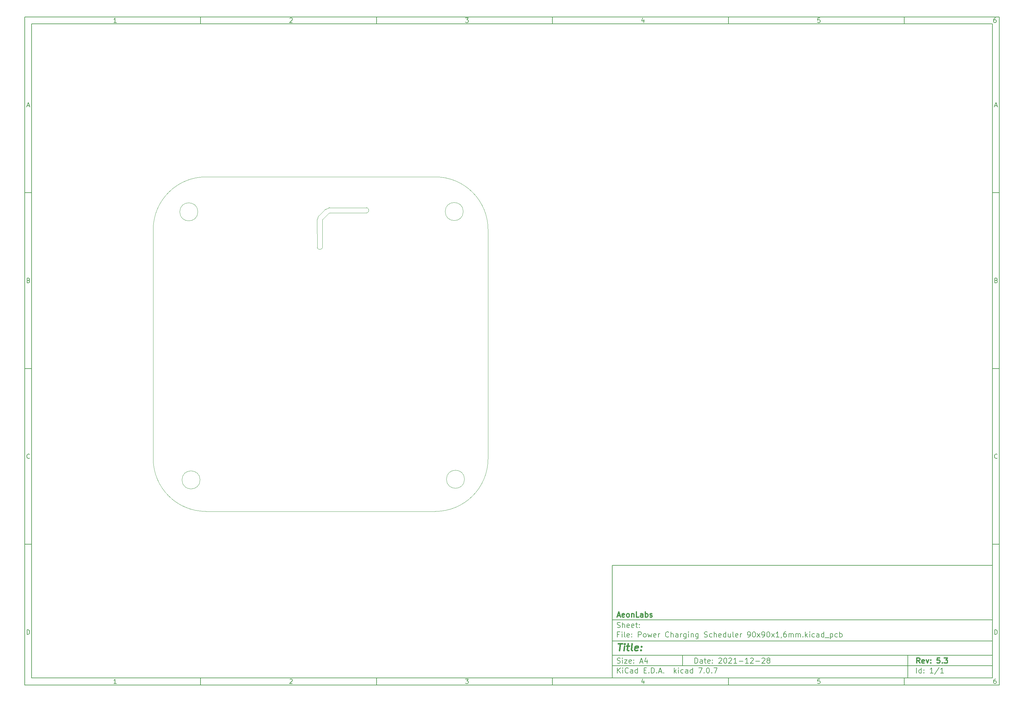
<source format=gbr>
G04 #@! TF.GenerationSoftware,KiCad,Pcbnew,7.0.7*
G04 #@! TF.CreationDate,2023-09-23T13:03:32+02:00*
G04 #@! TF.ProjectId,Power Charging Scheduler 90x90x1_6mm,506f7765-7220-4436-9861-7267696e6720,5.3*
G04 #@! TF.SameCoordinates,Original*
G04 #@! TF.FileFunction,Profile,NP*
%FSLAX46Y46*%
G04 Gerber Fmt 4.6, Leading zero omitted, Abs format (unit mm)*
G04 Created by KiCad (PCBNEW 7.0.7) date 2023-09-23 13:03:32*
%MOMM*%
%LPD*%
G01*
G04 APERTURE LIST*
%ADD10C,0.100000*%
%ADD11C,0.150000*%
%ADD12C,0.300000*%
%ADD13C,0.400000*%
G04 #@! TA.AperFunction,Profile*
%ADD14C,0.100000*%
G04 #@! TD*
G04 APERTURE END LIST*
D10*
D11*
X177002200Y-166007200D02*
X285002200Y-166007200D01*
X285002200Y-198007200D01*
X177002200Y-198007200D01*
X177002200Y-166007200D01*
D10*
D11*
X10000000Y-10000000D02*
X287002200Y-10000000D01*
X287002200Y-200007200D01*
X10000000Y-200007200D01*
X10000000Y-10000000D01*
D10*
D11*
X12000000Y-12000000D02*
X285002200Y-12000000D01*
X285002200Y-198007200D01*
X12000000Y-198007200D01*
X12000000Y-12000000D01*
D10*
D11*
X60000000Y-12000000D02*
X60000000Y-10000000D01*
D10*
D11*
X110000000Y-12000000D02*
X110000000Y-10000000D01*
D10*
D11*
X160000000Y-12000000D02*
X160000000Y-10000000D01*
D10*
D11*
X210000000Y-12000000D02*
X210000000Y-10000000D01*
D10*
D11*
X260000000Y-12000000D02*
X260000000Y-10000000D01*
D10*
D11*
X36089160Y-11593604D02*
X35346303Y-11593604D01*
X35717731Y-11593604D02*
X35717731Y-10293604D01*
X35717731Y-10293604D02*
X35593922Y-10479319D01*
X35593922Y-10479319D02*
X35470112Y-10603128D01*
X35470112Y-10603128D02*
X35346303Y-10665033D01*
D10*
D11*
X85346303Y-10417414D02*
X85408207Y-10355509D01*
X85408207Y-10355509D02*
X85532017Y-10293604D01*
X85532017Y-10293604D02*
X85841541Y-10293604D01*
X85841541Y-10293604D02*
X85965350Y-10355509D01*
X85965350Y-10355509D02*
X86027255Y-10417414D01*
X86027255Y-10417414D02*
X86089160Y-10541223D01*
X86089160Y-10541223D02*
X86089160Y-10665033D01*
X86089160Y-10665033D02*
X86027255Y-10850747D01*
X86027255Y-10850747D02*
X85284398Y-11593604D01*
X85284398Y-11593604D02*
X86089160Y-11593604D01*
D10*
D11*
X135284398Y-10293604D02*
X136089160Y-10293604D01*
X136089160Y-10293604D02*
X135655826Y-10788842D01*
X135655826Y-10788842D02*
X135841541Y-10788842D01*
X135841541Y-10788842D02*
X135965350Y-10850747D01*
X135965350Y-10850747D02*
X136027255Y-10912652D01*
X136027255Y-10912652D02*
X136089160Y-11036461D01*
X136089160Y-11036461D02*
X136089160Y-11345985D01*
X136089160Y-11345985D02*
X136027255Y-11469795D01*
X136027255Y-11469795D02*
X135965350Y-11531700D01*
X135965350Y-11531700D02*
X135841541Y-11593604D01*
X135841541Y-11593604D02*
X135470112Y-11593604D01*
X135470112Y-11593604D02*
X135346303Y-11531700D01*
X135346303Y-11531700D02*
X135284398Y-11469795D01*
D10*
D11*
X185965350Y-10726938D02*
X185965350Y-11593604D01*
X185655826Y-10231700D02*
X185346303Y-11160271D01*
X185346303Y-11160271D02*
X186151064Y-11160271D01*
D10*
D11*
X236027255Y-10293604D02*
X235408207Y-10293604D01*
X235408207Y-10293604D02*
X235346303Y-10912652D01*
X235346303Y-10912652D02*
X235408207Y-10850747D01*
X235408207Y-10850747D02*
X235532017Y-10788842D01*
X235532017Y-10788842D02*
X235841541Y-10788842D01*
X235841541Y-10788842D02*
X235965350Y-10850747D01*
X235965350Y-10850747D02*
X236027255Y-10912652D01*
X236027255Y-10912652D02*
X236089160Y-11036461D01*
X236089160Y-11036461D02*
X236089160Y-11345985D01*
X236089160Y-11345985D02*
X236027255Y-11469795D01*
X236027255Y-11469795D02*
X235965350Y-11531700D01*
X235965350Y-11531700D02*
X235841541Y-11593604D01*
X235841541Y-11593604D02*
X235532017Y-11593604D01*
X235532017Y-11593604D02*
X235408207Y-11531700D01*
X235408207Y-11531700D02*
X235346303Y-11469795D01*
D10*
D11*
X285965350Y-10293604D02*
X285717731Y-10293604D01*
X285717731Y-10293604D02*
X285593922Y-10355509D01*
X285593922Y-10355509D02*
X285532017Y-10417414D01*
X285532017Y-10417414D02*
X285408207Y-10603128D01*
X285408207Y-10603128D02*
X285346303Y-10850747D01*
X285346303Y-10850747D02*
X285346303Y-11345985D01*
X285346303Y-11345985D02*
X285408207Y-11469795D01*
X285408207Y-11469795D02*
X285470112Y-11531700D01*
X285470112Y-11531700D02*
X285593922Y-11593604D01*
X285593922Y-11593604D02*
X285841541Y-11593604D01*
X285841541Y-11593604D02*
X285965350Y-11531700D01*
X285965350Y-11531700D02*
X286027255Y-11469795D01*
X286027255Y-11469795D02*
X286089160Y-11345985D01*
X286089160Y-11345985D02*
X286089160Y-11036461D01*
X286089160Y-11036461D02*
X286027255Y-10912652D01*
X286027255Y-10912652D02*
X285965350Y-10850747D01*
X285965350Y-10850747D02*
X285841541Y-10788842D01*
X285841541Y-10788842D02*
X285593922Y-10788842D01*
X285593922Y-10788842D02*
X285470112Y-10850747D01*
X285470112Y-10850747D02*
X285408207Y-10912652D01*
X285408207Y-10912652D02*
X285346303Y-11036461D01*
D10*
D11*
X60000000Y-198007200D02*
X60000000Y-200007200D01*
D10*
D11*
X110000000Y-198007200D02*
X110000000Y-200007200D01*
D10*
D11*
X160000000Y-198007200D02*
X160000000Y-200007200D01*
D10*
D11*
X210000000Y-198007200D02*
X210000000Y-200007200D01*
D10*
D11*
X260000000Y-198007200D02*
X260000000Y-200007200D01*
D10*
D11*
X36089160Y-199600804D02*
X35346303Y-199600804D01*
X35717731Y-199600804D02*
X35717731Y-198300804D01*
X35717731Y-198300804D02*
X35593922Y-198486519D01*
X35593922Y-198486519D02*
X35470112Y-198610328D01*
X35470112Y-198610328D02*
X35346303Y-198672233D01*
D10*
D11*
X85346303Y-198424614D02*
X85408207Y-198362709D01*
X85408207Y-198362709D02*
X85532017Y-198300804D01*
X85532017Y-198300804D02*
X85841541Y-198300804D01*
X85841541Y-198300804D02*
X85965350Y-198362709D01*
X85965350Y-198362709D02*
X86027255Y-198424614D01*
X86027255Y-198424614D02*
X86089160Y-198548423D01*
X86089160Y-198548423D02*
X86089160Y-198672233D01*
X86089160Y-198672233D02*
X86027255Y-198857947D01*
X86027255Y-198857947D02*
X85284398Y-199600804D01*
X85284398Y-199600804D02*
X86089160Y-199600804D01*
D10*
D11*
X135284398Y-198300804D02*
X136089160Y-198300804D01*
X136089160Y-198300804D02*
X135655826Y-198796042D01*
X135655826Y-198796042D02*
X135841541Y-198796042D01*
X135841541Y-198796042D02*
X135965350Y-198857947D01*
X135965350Y-198857947D02*
X136027255Y-198919852D01*
X136027255Y-198919852D02*
X136089160Y-199043661D01*
X136089160Y-199043661D02*
X136089160Y-199353185D01*
X136089160Y-199353185D02*
X136027255Y-199476995D01*
X136027255Y-199476995D02*
X135965350Y-199538900D01*
X135965350Y-199538900D02*
X135841541Y-199600804D01*
X135841541Y-199600804D02*
X135470112Y-199600804D01*
X135470112Y-199600804D02*
X135346303Y-199538900D01*
X135346303Y-199538900D02*
X135284398Y-199476995D01*
D10*
D11*
X185965350Y-198734138D02*
X185965350Y-199600804D01*
X185655826Y-198238900D02*
X185346303Y-199167471D01*
X185346303Y-199167471D02*
X186151064Y-199167471D01*
D10*
D11*
X236027255Y-198300804D02*
X235408207Y-198300804D01*
X235408207Y-198300804D02*
X235346303Y-198919852D01*
X235346303Y-198919852D02*
X235408207Y-198857947D01*
X235408207Y-198857947D02*
X235532017Y-198796042D01*
X235532017Y-198796042D02*
X235841541Y-198796042D01*
X235841541Y-198796042D02*
X235965350Y-198857947D01*
X235965350Y-198857947D02*
X236027255Y-198919852D01*
X236027255Y-198919852D02*
X236089160Y-199043661D01*
X236089160Y-199043661D02*
X236089160Y-199353185D01*
X236089160Y-199353185D02*
X236027255Y-199476995D01*
X236027255Y-199476995D02*
X235965350Y-199538900D01*
X235965350Y-199538900D02*
X235841541Y-199600804D01*
X235841541Y-199600804D02*
X235532017Y-199600804D01*
X235532017Y-199600804D02*
X235408207Y-199538900D01*
X235408207Y-199538900D02*
X235346303Y-199476995D01*
D10*
D11*
X285965350Y-198300804D02*
X285717731Y-198300804D01*
X285717731Y-198300804D02*
X285593922Y-198362709D01*
X285593922Y-198362709D02*
X285532017Y-198424614D01*
X285532017Y-198424614D02*
X285408207Y-198610328D01*
X285408207Y-198610328D02*
X285346303Y-198857947D01*
X285346303Y-198857947D02*
X285346303Y-199353185D01*
X285346303Y-199353185D02*
X285408207Y-199476995D01*
X285408207Y-199476995D02*
X285470112Y-199538900D01*
X285470112Y-199538900D02*
X285593922Y-199600804D01*
X285593922Y-199600804D02*
X285841541Y-199600804D01*
X285841541Y-199600804D02*
X285965350Y-199538900D01*
X285965350Y-199538900D02*
X286027255Y-199476995D01*
X286027255Y-199476995D02*
X286089160Y-199353185D01*
X286089160Y-199353185D02*
X286089160Y-199043661D01*
X286089160Y-199043661D02*
X286027255Y-198919852D01*
X286027255Y-198919852D02*
X285965350Y-198857947D01*
X285965350Y-198857947D02*
X285841541Y-198796042D01*
X285841541Y-198796042D02*
X285593922Y-198796042D01*
X285593922Y-198796042D02*
X285470112Y-198857947D01*
X285470112Y-198857947D02*
X285408207Y-198919852D01*
X285408207Y-198919852D02*
X285346303Y-199043661D01*
D10*
D11*
X10000000Y-60000000D02*
X12000000Y-60000000D01*
D10*
D11*
X10000000Y-110000000D02*
X12000000Y-110000000D01*
D10*
D11*
X10000000Y-160000000D02*
X12000000Y-160000000D01*
D10*
D11*
X10690476Y-35222176D02*
X11309523Y-35222176D01*
X10566666Y-35593604D02*
X10999999Y-34293604D01*
X10999999Y-34293604D02*
X11433333Y-35593604D01*
D10*
D11*
X11092857Y-84912652D02*
X11278571Y-84974557D01*
X11278571Y-84974557D02*
X11340476Y-85036461D01*
X11340476Y-85036461D02*
X11402380Y-85160271D01*
X11402380Y-85160271D02*
X11402380Y-85345985D01*
X11402380Y-85345985D02*
X11340476Y-85469795D01*
X11340476Y-85469795D02*
X11278571Y-85531700D01*
X11278571Y-85531700D02*
X11154761Y-85593604D01*
X11154761Y-85593604D02*
X10659523Y-85593604D01*
X10659523Y-85593604D02*
X10659523Y-84293604D01*
X10659523Y-84293604D02*
X11092857Y-84293604D01*
X11092857Y-84293604D02*
X11216666Y-84355509D01*
X11216666Y-84355509D02*
X11278571Y-84417414D01*
X11278571Y-84417414D02*
X11340476Y-84541223D01*
X11340476Y-84541223D02*
X11340476Y-84665033D01*
X11340476Y-84665033D02*
X11278571Y-84788842D01*
X11278571Y-84788842D02*
X11216666Y-84850747D01*
X11216666Y-84850747D02*
X11092857Y-84912652D01*
X11092857Y-84912652D02*
X10659523Y-84912652D01*
D10*
D11*
X11402380Y-135469795D02*
X11340476Y-135531700D01*
X11340476Y-135531700D02*
X11154761Y-135593604D01*
X11154761Y-135593604D02*
X11030952Y-135593604D01*
X11030952Y-135593604D02*
X10845238Y-135531700D01*
X10845238Y-135531700D02*
X10721428Y-135407890D01*
X10721428Y-135407890D02*
X10659523Y-135284080D01*
X10659523Y-135284080D02*
X10597619Y-135036461D01*
X10597619Y-135036461D02*
X10597619Y-134850747D01*
X10597619Y-134850747D02*
X10659523Y-134603128D01*
X10659523Y-134603128D02*
X10721428Y-134479319D01*
X10721428Y-134479319D02*
X10845238Y-134355509D01*
X10845238Y-134355509D02*
X11030952Y-134293604D01*
X11030952Y-134293604D02*
X11154761Y-134293604D01*
X11154761Y-134293604D02*
X11340476Y-134355509D01*
X11340476Y-134355509D02*
X11402380Y-134417414D01*
D10*
D11*
X10659523Y-185593604D02*
X10659523Y-184293604D01*
X10659523Y-184293604D02*
X10969047Y-184293604D01*
X10969047Y-184293604D02*
X11154761Y-184355509D01*
X11154761Y-184355509D02*
X11278571Y-184479319D01*
X11278571Y-184479319D02*
X11340476Y-184603128D01*
X11340476Y-184603128D02*
X11402380Y-184850747D01*
X11402380Y-184850747D02*
X11402380Y-185036461D01*
X11402380Y-185036461D02*
X11340476Y-185284080D01*
X11340476Y-185284080D02*
X11278571Y-185407890D01*
X11278571Y-185407890D02*
X11154761Y-185531700D01*
X11154761Y-185531700D02*
X10969047Y-185593604D01*
X10969047Y-185593604D02*
X10659523Y-185593604D01*
D10*
D11*
X287002200Y-60000000D02*
X285002200Y-60000000D01*
D10*
D11*
X287002200Y-110000000D02*
X285002200Y-110000000D01*
D10*
D11*
X287002200Y-160000000D02*
X285002200Y-160000000D01*
D10*
D11*
X285692676Y-35222176D02*
X286311723Y-35222176D01*
X285568866Y-35593604D02*
X286002199Y-34293604D01*
X286002199Y-34293604D02*
X286435533Y-35593604D01*
D10*
D11*
X286095057Y-84912652D02*
X286280771Y-84974557D01*
X286280771Y-84974557D02*
X286342676Y-85036461D01*
X286342676Y-85036461D02*
X286404580Y-85160271D01*
X286404580Y-85160271D02*
X286404580Y-85345985D01*
X286404580Y-85345985D02*
X286342676Y-85469795D01*
X286342676Y-85469795D02*
X286280771Y-85531700D01*
X286280771Y-85531700D02*
X286156961Y-85593604D01*
X286156961Y-85593604D02*
X285661723Y-85593604D01*
X285661723Y-85593604D02*
X285661723Y-84293604D01*
X285661723Y-84293604D02*
X286095057Y-84293604D01*
X286095057Y-84293604D02*
X286218866Y-84355509D01*
X286218866Y-84355509D02*
X286280771Y-84417414D01*
X286280771Y-84417414D02*
X286342676Y-84541223D01*
X286342676Y-84541223D02*
X286342676Y-84665033D01*
X286342676Y-84665033D02*
X286280771Y-84788842D01*
X286280771Y-84788842D02*
X286218866Y-84850747D01*
X286218866Y-84850747D02*
X286095057Y-84912652D01*
X286095057Y-84912652D02*
X285661723Y-84912652D01*
D10*
D11*
X286404580Y-135469795D02*
X286342676Y-135531700D01*
X286342676Y-135531700D02*
X286156961Y-135593604D01*
X286156961Y-135593604D02*
X286033152Y-135593604D01*
X286033152Y-135593604D02*
X285847438Y-135531700D01*
X285847438Y-135531700D02*
X285723628Y-135407890D01*
X285723628Y-135407890D02*
X285661723Y-135284080D01*
X285661723Y-135284080D02*
X285599819Y-135036461D01*
X285599819Y-135036461D02*
X285599819Y-134850747D01*
X285599819Y-134850747D02*
X285661723Y-134603128D01*
X285661723Y-134603128D02*
X285723628Y-134479319D01*
X285723628Y-134479319D02*
X285847438Y-134355509D01*
X285847438Y-134355509D02*
X286033152Y-134293604D01*
X286033152Y-134293604D02*
X286156961Y-134293604D01*
X286156961Y-134293604D02*
X286342676Y-134355509D01*
X286342676Y-134355509D02*
X286404580Y-134417414D01*
D10*
D11*
X285661723Y-185593604D02*
X285661723Y-184293604D01*
X285661723Y-184293604D02*
X285971247Y-184293604D01*
X285971247Y-184293604D02*
X286156961Y-184355509D01*
X286156961Y-184355509D02*
X286280771Y-184479319D01*
X286280771Y-184479319D02*
X286342676Y-184603128D01*
X286342676Y-184603128D02*
X286404580Y-184850747D01*
X286404580Y-184850747D02*
X286404580Y-185036461D01*
X286404580Y-185036461D02*
X286342676Y-185284080D01*
X286342676Y-185284080D02*
X286280771Y-185407890D01*
X286280771Y-185407890D02*
X286156961Y-185531700D01*
X286156961Y-185531700D02*
X285971247Y-185593604D01*
X285971247Y-185593604D02*
X285661723Y-185593604D01*
D10*
D11*
X200458026Y-193793328D02*
X200458026Y-192293328D01*
X200458026Y-192293328D02*
X200815169Y-192293328D01*
X200815169Y-192293328D02*
X201029455Y-192364757D01*
X201029455Y-192364757D02*
X201172312Y-192507614D01*
X201172312Y-192507614D02*
X201243741Y-192650471D01*
X201243741Y-192650471D02*
X201315169Y-192936185D01*
X201315169Y-192936185D02*
X201315169Y-193150471D01*
X201315169Y-193150471D02*
X201243741Y-193436185D01*
X201243741Y-193436185D02*
X201172312Y-193579042D01*
X201172312Y-193579042D02*
X201029455Y-193721900D01*
X201029455Y-193721900D02*
X200815169Y-193793328D01*
X200815169Y-193793328D02*
X200458026Y-193793328D01*
X202600884Y-193793328D02*
X202600884Y-193007614D01*
X202600884Y-193007614D02*
X202529455Y-192864757D01*
X202529455Y-192864757D02*
X202386598Y-192793328D01*
X202386598Y-192793328D02*
X202100884Y-192793328D01*
X202100884Y-192793328D02*
X201958026Y-192864757D01*
X202600884Y-193721900D02*
X202458026Y-193793328D01*
X202458026Y-193793328D02*
X202100884Y-193793328D01*
X202100884Y-193793328D02*
X201958026Y-193721900D01*
X201958026Y-193721900D02*
X201886598Y-193579042D01*
X201886598Y-193579042D02*
X201886598Y-193436185D01*
X201886598Y-193436185D02*
X201958026Y-193293328D01*
X201958026Y-193293328D02*
X202100884Y-193221900D01*
X202100884Y-193221900D02*
X202458026Y-193221900D01*
X202458026Y-193221900D02*
X202600884Y-193150471D01*
X203100884Y-192793328D02*
X203672312Y-192793328D01*
X203315169Y-192293328D02*
X203315169Y-193579042D01*
X203315169Y-193579042D02*
X203386598Y-193721900D01*
X203386598Y-193721900D02*
X203529455Y-193793328D01*
X203529455Y-193793328D02*
X203672312Y-193793328D01*
X204743741Y-193721900D02*
X204600884Y-193793328D01*
X204600884Y-193793328D02*
X204315170Y-193793328D01*
X204315170Y-193793328D02*
X204172312Y-193721900D01*
X204172312Y-193721900D02*
X204100884Y-193579042D01*
X204100884Y-193579042D02*
X204100884Y-193007614D01*
X204100884Y-193007614D02*
X204172312Y-192864757D01*
X204172312Y-192864757D02*
X204315170Y-192793328D01*
X204315170Y-192793328D02*
X204600884Y-192793328D01*
X204600884Y-192793328D02*
X204743741Y-192864757D01*
X204743741Y-192864757D02*
X204815170Y-193007614D01*
X204815170Y-193007614D02*
X204815170Y-193150471D01*
X204815170Y-193150471D02*
X204100884Y-193293328D01*
X205458026Y-193650471D02*
X205529455Y-193721900D01*
X205529455Y-193721900D02*
X205458026Y-193793328D01*
X205458026Y-193793328D02*
X205386598Y-193721900D01*
X205386598Y-193721900D02*
X205458026Y-193650471D01*
X205458026Y-193650471D02*
X205458026Y-193793328D01*
X205458026Y-192864757D02*
X205529455Y-192936185D01*
X205529455Y-192936185D02*
X205458026Y-193007614D01*
X205458026Y-193007614D02*
X205386598Y-192936185D01*
X205386598Y-192936185D02*
X205458026Y-192864757D01*
X205458026Y-192864757D02*
X205458026Y-193007614D01*
X207243741Y-192436185D02*
X207315169Y-192364757D01*
X207315169Y-192364757D02*
X207458027Y-192293328D01*
X207458027Y-192293328D02*
X207815169Y-192293328D01*
X207815169Y-192293328D02*
X207958027Y-192364757D01*
X207958027Y-192364757D02*
X208029455Y-192436185D01*
X208029455Y-192436185D02*
X208100884Y-192579042D01*
X208100884Y-192579042D02*
X208100884Y-192721900D01*
X208100884Y-192721900D02*
X208029455Y-192936185D01*
X208029455Y-192936185D02*
X207172312Y-193793328D01*
X207172312Y-193793328D02*
X208100884Y-193793328D01*
X209029455Y-192293328D02*
X209172312Y-192293328D01*
X209172312Y-192293328D02*
X209315169Y-192364757D01*
X209315169Y-192364757D02*
X209386598Y-192436185D01*
X209386598Y-192436185D02*
X209458026Y-192579042D01*
X209458026Y-192579042D02*
X209529455Y-192864757D01*
X209529455Y-192864757D02*
X209529455Y-193221900D01*
X209529455Y-193221900D02*
X209458026Y-193507614D01*
X209458026Y-193507614D02*
X209386598Y-193650471D01*
X209386598Y-193650471D02*
X209315169Y-193721900D01*
X209315169Y-193721900D02*
X209172312Y-193793328D01*
X209172312Y-193793328D02*
X209029455Y-193793328D01*
X209029455Y-193793328D02*
X208886598Y-193721900D01*
X208886598Y-193721900D02*
X208815169Y-193650471D01*
X208815169Y-193650471D02*
X208743740Y-193507614D01*
X208743740Y-193507614D02*
X208672312Y-193221900D01*
X208672312Y-193221900D02*
X208672312Y-192864757D01*
X208672312Y-192864757D02*
X208743740Y-192579042D01*
X208743740Y-192579042D02*
X208815169Y-192436185D01*
X208815169Y-192436185D02*
X208886598Y-192364757D01*
X208886598Y-192364757D02*
X209029455Y-192293328D01*
X210100883Y-192436185D02*
X210172311Y-192364757D01*
X210172311Y-192364757D02*
X210315169Y-192293328D01*
X210315169Y-192293328D02*
X210672311Y-192293328D01*
X210672311Y-192293328D02*
X210815169Y-192364757D01*
X210815169Y-192364757D02*
X210886597Y-192436185D01*
X210886597Y-192436185D02*
X210958026Y-192579042D01*
X210958026Y-192579042D02*
X210958026Y-192721900D01*
X210958026Y-192721900D02*
X210886597Y-192936185D01*
X210886597Y-192936185D02*
X210029454Y-193793328D01*
X210029454Y-193793328D02*
X210958026Y-193793328D01*
X212386597Y-193793328D02*
X211529454Y-193793328D01*
X211958025Y-193793328D02*
X211958025Y-192293328D01*
X211958025Y-192293328D02*
X211815168Y-192507614D01*
X211815168Y-192507614D02*
X211672311Y-192650471D01*
X211672311Y-192650471D02*
X211529454Y-192721900D01*
X213029453Y-193221900D02*
X214172311Y-193221900D01*
X215672311Y-193793328D02*
X214815168Y-193793328D01*
X215243739Y-193793328D02*
X215243739Y-192293328D01*
X215243739Y-192293328D02*
X215100882Y-192507614D01*
X215100882Y-192507614D02*
X214958025Y-192650471D01*
X214958025Y-192650471D02*
X214815168Y-192721900D01*
X216243739Y-192436185D02*
X216315167Y-192364757D01*
X216315167Y-192364757D02*
X216458025Y-192293328D01*
X216458025Y-192293328D02*
X216815167Y-192293328D01*
X216815167Y-192293328D02*
X216958025Y-192364757D01*
X216958025Y-192364757D02*
X217029453Y-192436185D01*
X217029453Y-192436185D02*
X217100882Y-192579042D01*
X217100882Y-192579042D02*
X217100882Y-192721900D01*
X217100882Y-192721900D02*
X217029453Y-192936185D01*
X217029453Y-192936185D02*
X216172310Y-193793328D01*
X216172310Y-193793328D02*
X217100882Y-193793328D01*
X217743738Y-193221900D02*
X218886596Y-193221900D01*
X219529453Y-192436185D02*
X219600881Y-192364757D01*
X219600881Y-192364757D02*
X219743739Y-192293328D01*
X219743739Y-192293328D02*
X220100881Y-192293328D01*
X220100881Y-192293328D02*
X220243739Y-192364757D01*
X220243739Y-192364757D02*
X220315167Y-192436185D01*
X220315167Y-192436185D02*
X220386596Y-192579042D01*
X220386596Y-192579042D02*
X220386596Y-192721900D01*
X220386596Y-192721900D02*
X220315167Y-192936185D01*
X220315167Y-192936185D02*
X219458024Y-193793328D01*
X219458024Y-193793328D02*
X220386596Y-193793328D01*
X221243738Y-192936185D02*
X221100881Y-192864757D01*
X221100881Y-192864757D02*
X221029452Y-192793328D01*
X221029452Y-192793328D02*
X220958024Y-192650471D01*
X220958024Y-192650471D02*
X220958024Y-192579042D01*
X220958024Y-192579042D02*
X221029452Y-192436185D01*
X221029452Y-192436185D02*
X221100881Y-192364757D01*
X221100881Y-192364757D02*
X221243738Y-192293328D01*
X221243738Y-192293328D02*
X221529452Y-192293328D01*
X221529452Y-192293328D02*
X221672310Y-192364757D01*
X221672310Y-192364757D02*
X221743738Y-192436185D01*
X221743738Y-192436185D02*
X221815167Y-192579042D01*
X221815167Y-192579042D02*
X221815167Y-192650471D01*
X221815167Y-192650471D02*
X221743738Y-192793328D01*
X221743738Y-192793328D02*
X221672310Y-192864757D01*
X221672310Y-192864757D02*
X221529452Y-192936185D01*
X221529452Y-192936185D02*
X221243738Y-192936185D01*
X221243738Y-192936185D02*
X221100881Y-193007614D01*
X221100881Y-193007614D02*
X221029452Y-193079042D01*
X221029452Y-193079042D02*
X220958024Y-193221900D01*
X220958024Y-193221900D02*
X220958024Y-193507614D01*
X220958024Y-193507614D02*
X221029452Y-193650471D01*
X221029452Y-193650471D02*
X221100881Y-193721900D01*
X221100881Y-193721900D02*
X221243738Y-193793328D01*
X221243738Y-193793328D02*
X221529452Y-193793328D01*
X221529452Y-193793328D02*
X221672310Y-193721900D01*
X221672310Y-193721900D02*
X221743738Y-193650471D01*
X221743738Y-193650471D02*
X221815167Y-193507614D01*
X221815167Y-193507614D02*
X221815167Y-193221900D01*
X221815167Y-193221900D02*
X221743738Y-193079042D01*
X221743738Y-193079042D02*
X221672310Y-193007614D01*
X221672310Y-193007614D02*
X221529452Y-192936185D01*
D10*
D11*
X177002200Y-194507200D02*
X285002200Y-194507200D01*
D10*
D11*
X178458026Y-196593328D02*
X178458026Y-195093328D01*
X179315169Y-196593328D02*
X178672312Y-195736185D01*
X179315169Y-195093328D02*
X178458026Y-195950471D01*
X179958026Y-196593328D02*
X179958026Y-195593328D01*
X179958026Y-195093328D02*
X179886598Y-195164757D01*
X179886598Y-195164757D02*
X179958026Y-195236185D01*
X179958026Y-195236185D02*
X180029455Y-195164757D01*
X180029455Y-195164757D02*
X179958026Y-195093328D01*
X179958026Y-195093328D02*
X179958026Y-195236185D01*
X181529455Y-196450471D02*
X181458027Y-196521900D01*
X181458027Y-196521900D02*
X181243741Y-196593328D01*
X181243741Y-196593328D02*
X181100884Y-196593328D01*
X181100884Y-196593328D02*
X180886598Y-196521900D01*
X180886598Y-196521900D02*
X180743741Y-196379042D01*
X180743741Y-196379042D02*
X180672312Y-196236185D01*
X180672312Y-196236185D02*
X180600884Y-195950471D01*
X180600884Y-195950471D02*
X180600884Y-195736185D01*
X180600884Y-195736185D02*
X180672312Y-195450471D01*
X180672312Y-195450471D02*
X180743741Y-195307614D01*
X180743741Y-195307614D02*
X180886598Y-195164757D01*
X180886598Y-195164757D02*
X181100884Y-195093328D01*
X181100884Y-195093328D02*
X181243741Y-195093328D01*
X181243741Y-195093328D02*
X181458027Y-195164757D01*
X181458027Y-195164757D02*
X181529455Y-195236185D01*
X182815170Y-196593328D02*
X182815170Y-195807614D01*
X182815170Y-195807614D02*
X182743741Y-195664757D01*
X182743741Y-195664757D02*
X182600884Y-195593328D01*
X182600884Y-195593328D02*
X182315170Y-195593328D01*
X182315170Y-195593328D02*
X182172312Y-195664757D01*
X182815170Y-196521900D02*
X182672312Y-196593328D01*
X182672312Y-196593328D02*
X182315170Y-196593328D01*
X182315170Y-196593328D02*
X182172312Y-196521900D01*
X182172312Y-196521900D02*
X182100884Y-196379042D01*
X182100884Y-196379042D02*
X182100884Y-196236185D01*
X182100884Y-196236185D02*
X182172312Y-196093328D01*
X182172312Y-196093328D02*
X182315170Y-196021900D01*
X182315170Y-196021900D02*
X182672312Y-196021900D01*
X182672312Y-196021900D02*
X182815170Y-195950471D01*
X184172313Y-196593328D02*
X184172313Y-195093328D01*
X184172313Y-196521900D02*
X184029455Y-196593328D01*
X184029455Y-196593328D02*
X183743741Y-196593328D01*
X183743741Y-196593328D02*
X183600884Y-196521900D01*
X183600884Y-196521900D02*
X183529455Y-196450471D01*
X183529455Y-196450471D02*
X183458027Y-196307614D01*
X183458027Y-196307614D02*
X183458027Y-195879042D01*
X183458027Y-195879042D02*
X183529455Y-195736185D01*
X183529455Y-195736185D02*
X183600884Y-195664757D01*
X183600884Y-195664757D02*
X183743741Y-195593328D01*
X183743741Y-195593328D02*
X184029455Y-195593328D01*
X184029455Y-195593328D02*
X184172313Y-195664757D01*
X186029455Y-195807614D02*
X186529455Y-195807614D01*
X186743741Y-196593328D02*
X186029455Y-196593328D01*
X186029455Y-196593328D02*
X186029455Y-195093328D01*
X186029455Y-195093328D02*
X186743741Y-195093328D01*
X187386598Y-196450471D02*
X187458027Y-196521900D01*
X187458027Y-196521900D02*
X187386598Y-196593328D01*
X187386598Y-196593328D02*
X187315170Y-196521900D01*
X187315170Y-196521900D02*
X187386598Y-196450471D01*
X187386598Y-196450471D02*
X187386598Y-196593328D01*
X188100884Y-196593328D02*
X188100884Y-195093328D01*
X188100884Y-195093328D02*
X188458027Y-195093328D01*
X188458027Y-195093328D02*
X188672313Y-195164757D01*
X188672313Y-195164757D02*
X188815170Y-195307614D01*
X188815170Y-195307614D02*
X188886599Y-195450471D01*
X188886599Y-195450471D02*
X188958027Y-195736185D01*
X188958027Y-195736185D02*
X188958027Y-195950471D01*
X188958027Y-195950471D02*
X188886599Y-196236185D01*
X188886599Y-196236185D02*
X188815170Y-196379042D01*
X188815170Y-196379042D02*
X188672313Y-196521900D01*
X188672313Y-196521900D02*
X188458027Y-196593328D01*
X188458027Y-196593328D02*
X188100884Y-196593328D01*
X189600884Y-196450471D02*
X189672313Y-196521900D01*
X189672313Y-196521900D02*
X189600884Y-196593328D01*
X189600884Y-196593328D02*
X189529456Y-196521900D01*
X189529456Y-196521900D02*
X189600884Y-196450471D01*
X189600884Y-196450471D02*
X189600884Y-196593328D01*
X190243742Y-196164757D02*
X190958028Y-196164757D01*
X190100885Y-196593328D02*
X190600885Y-195093328D01*
X190600885Y-195093328D02*
X191100885Y-196593328D01*
X191600884Y-196450471D02*
X191672313Y-196521900D01*
X191672313Y-196521900D02*
X191600884Y-196593328D01*
X191600884Y-196593328D02*
X191529456Y-196521900D01*
X191529456Y-196521900D02*
X191600884Y-196450471D01*
X191600884Y-196450471D02*
X191600884Y-196593328D01*
X194600884Y-196593328D02*
X194600884Y-195093328D01*
X194743742Y-196021900D02*
X195172313Y-196593328D01*
X195172313Y-195593328D02*
X194600884Y-196164757D01*
X195815170Y-196593328D02*
X195815170Y-195593328D01*
X195815170Y-195093328D02*
X195743742Y-195164757D01*
X195743742Y-195164757D02*
X195815170Y-195236185D01*
X195815170Y-195236185D02*
X195886599Y-195164757D01*
X195886599Y-195164757D02*
X195815170Y-195093328D01*
X195815170Y-195093328D02*
X195815170Y-195236185D01*
X197172314Y-196521900D02*
X197029456Y-196593328D01*
X197029456Y-196593328D02*
X196743742Y-196593328D01*
X196743742Y-196593328D02*
X196600885Y-196521900D01*
X196600885Y-196521900D02*
X196529456Y-196450471D01*
X196529456Y-196450471D02*
X196458028Y-196307614D01*
X196458028Y-196307614D02*
X196458028Y-195879042D01*
X196458028Y-195879042D02*
X196529456Y-195736185D01*
X196529456Y-195736185D02*
X196600885Y-195664757D01*
X196600885Y-195664757D02*
X196743742Y-195593328D01*
X196743742Y-195593328D02*
X197029456Y-195593328D01*
X197029456Y-195593328D02*
X197172314Y-195664757D01*
X198458028Y-196593328D02*
X198458028Y-195807614D01*
X198458028Y-195807614D02*
X198386599Y-195664757D01*
X198386599Y-195664757D02*
X198243742Y-195593328D01*
X198243742Y-195593328D02*
X197958028Y-195593328D01*
X197958028Y-195593328D02*
X197815170Y-195664757D01*
X198458028Y-196521900D02*
X198315170Y-196593328D01*
X198315170Y-196593328D02*
X197958028Y-196593328D01*
X197958028Y-196593328D02*
X197815170Y-196521900D01*
X197815170Y-196521900D02*
X197743742Y-196379042D01*
X197743742Y-196379042D02*
X197743742Y-196236185D01*
X197743742Y-196236185D02*
X197815170Y-196093328D01*
X197815170Y-196093328D02*
X197958028Y-196021900D01*
X197958028Y-196021900D02*
X198315170Y-196021900D01*
X198315170Y-196021900D02*
X198458028Y-195950471D01*
X199815171Y-196593328D02*
X199815171Y-195093328D01*
X199815171Y-196521900D02*
X199672313Y-196593328D01*
X199672313Y-196593328D02*
X199386599Y-196593328D01*
X199386599Y-196593328D02*
X199243742Y-196521900D01*
X199243742Y-196521900D02*
X199172313Y-196450471D01*
X199172313Y-196450471D02*
X199100885Y-196307614D01*
X199100885Y-196307614D02*
X199100885Y-195879042D01*
X199100885Y-195879042D02*
X199172313Y-195736185D01*
X199172313Y-195736185D02*
X199243742Y-195664757D01*
X199243742Y-195664757D02*
X199386599Y-195593328D01*
X199386599Y-195593328D02*
X199672313Y-195593328D01*
X199672313Y-195593328D02*
X199815171Y-195664757D01*
X201529456Y-195093328D02*
X202529456Y-195093328D01*
X202529456Y-195093328D02*
X201886599Y-196593328D01*
X203100884Y-196450471D02*
X203172313Y-196521900D01*
X203172313Y-196521900D02*
X203100884Y-196593328D01*
X203100884Y-196593328D02*
X203029456Y-196521900D01*
X203029456Y-196521900D02*
X203100884Y-196450471D01*
X203100884Y-196450471D02*
X203100884Y-196593328D01*
X204100885Y-195093328D02*
X204243742Y-195093328D01*
X204243742Y-195093328D02*
X204386599Y-195164757D01*
X204386599Y-195164757D02*
X204458028Y-195236185D01*
X204458028Y-195236185D02*
X204529456Y-195379042D01*
X204529456Y-195379042D02*
X204600885Y-195664757D01*
X204600885Y-195664757D02*
X204600885Y-196021900D01*
X204600885Y-196021900D02*
X204529456Y-196307614D01*
X204529456Y-196307614D02*
X204458028Y-196450471D01*
X204458028Y-196450471D02*
X204386599Y-196521900D01*
X204386599Y-196521900D02*
X204243742Y-196593328D01*
X204243742Y-196593328D02*
X204100885Y-196593328D01*
X204100885Y-196593328D02*
X203958028Y-196521900D01*
X203958028Y-196521900D02*
X203886599Y-196450471D01*
X203886599Y-196450471D02*
X203815170Y-196307614D01*
X203815170Y-196307614D02*
X203743742Y-196021900D01*
X203743742Y-196021900D02*
X203743742Y-195664757D01*
X203743742Y-195664757D02*
X203815170Y-195379042D01*
X203815170Y-195379042D02*
X203886599Y-195236185D01*
X203886599Y-195236185D02*
X203958028Y-195164757D01*
X203958028Y-195164757D02*
X204100885Y-195093328D01*
X205243741Y-196450471D02*
X205315170Y-196521900D01*
X205315170Y-196521900D02*
X205243741Y-196593328D01*
X205243741Y-196593328D02*
X205172313Y-196521900D01*
X205172313Y-196521900D02*
X205243741Y-196450471D01*
X205243741Y-196450471D02*
X205243741Y-196593328D01*
X205815170Y-195093328D02*
X206815170Y-195093328D01*
X206815170Y-195093328D02*
X206172313Y-196593328D01*
D10*
D11*
X177002200Y-191507200D02*
X285002200Y-191507200D01*
D10*
D12*
X264413853Y-193785528D02*
X263913853Y-193071242D01*
X263556710Y-193785528D02*
X263556710Y-192285528D01*
X263556710Y-192285528D02*
X264128139Y-192285528D01*
X264128139Y-192285528D02*
X264270996Y-192356957D01*
X264270996Y-192356957D02*
X264342425Y-192428385D01*
X264342425Y-192428385D02*
X264413853Y-192571242D01*
X264413853Y-192571242D02*
X264413853Y-192785528D01*
X264413853Y-192785528D02*
X264342425Y-192928385D01*
X264342425Y-192928385D02*
X264270996Y-192999814D01*
X264270996Y-192999814D02*
X264128139Y-193071242D01*
X264128139Y-193071242D02*
X263556710Y-193071242D01*
X265628139Y-193714100D02*
X265485282Y-193785528D01*
X265485282Y-193785528D02*
X265199568Y-193785528D01*
X265199568Y-193785528D02*
X265056710Y-193714100D01*
X265056710Y-193714100D02*
X264985282Y-193571242D01*
X264985282Y-193571242D02*
X264985282Y-192999814D01*
X264985282Y-192999814D02*
X265056710Y-192856957D01*
X265056710Y-192856957D02*
X265199568Y-192785528D01*
X265199568Y-192785528D02*
X265485282Y-192785528D01*
X265485282Y-192785528D02*
X265628139Y-192856957D01*
X265628139Y-192856957D02*
X265699568Y-192999814D01*
X265699568Y-192999814D02*
X265699568Y-193142671D01*
X265699568Y-193142671D02*
X264985282Y-193285528D01*
X266199567Y-192785528D02*
X266556710Y-193785528D01*
X266556710Y-193785528D02*
X266913853Y-192785528D01*
X267485281Y-193642671D02*
X267556710Y-193714100D01*
X267556710Y-193714100D02*
X267485281Y-193785528D01*
X267485281Y-193785528D02*
X267413853Y-193714100D01*
X267413853Y-193714100D02*
X267485281Y-193642671D01*
X267485281Y-193642671D02*
X267485281Y-193785528D01*
X267485281Y-192856957D02*
X267556710Y-192928385D01*
X267556710Y-192928385D02*
X267485281Y-192999814D01*
X267485281Y-192999814D02*
X267413853Y-192928385D01*
X267413853Y-192928385D02*
X267485281Y-192856957D01*
X267485281Y-192856957D02*
X267485281Y-192999814D01*
X270056710Y-192285528D02*
X269342424Y-192285528D01*
X269342424Y-192285528D02*
X269270996Y-192999814D01*
X269270996Y-192999814D02*
X269342424Y-192928385D01*
X269342424Y-192928385D02*
X269485282Y-192856957D01*
X269485282Y-192856957D02*
X269842424Y-192856957D01*
X269842424Y-192856957D02*
X269985282Y-192928385D01*
X269985282Y-192928385D02*
X270056710Y-192999814D01*
X270056710Y-192999814D02*
X270128139Y-193142671D01*
X270128139Y-193142671D02*
X270128139Y-193499814D01*
X270128139Y-193499814D02*
X270056710Y-193642671D01*
X270056710Y-193642671D02*
X269985282Y-193714100D01*
X269985282Y-193714100D02*
X269842424Y-193785528D01*
X269842424Y-193785528D02*
X269485282Y-193785528D01*
X269485282Y-193785528D02*
X269342424Y-193714100D01*
X269342424Y-193714100D02*
X269270996Y-193642671D01*
X270770995Y-193642671D02*
X270842424Y-193714100D01*
X270842424Y-193714100D02*
X270770995Y-193785528D01*
X270770995Y-193785528D02*
X270699567Y-193714100D01*
X270699567Y-193714100D02*
X270770995Y-193642671D01*
X270770995Y-193642671D02*
X270770995Y-193785528D01*
X271342424Y-192285528D02*
X272270996Y-192285528D01*
X272270996Y-192285528D02*
X271770996Y-192856957D01*
X271770996Y-192856957D02*
X271985281Y-192856957D01*
X271985281Y-192856957D02*
X272128139Y-192928385D01*
X272128139Y-192928385D02*
X272199567Y-192999814D01*
X272199567Y-192999814D02*
X272270996Y-193142671D01*
X272270996Y-193142671D02*
X272270996Y-193499814D01*
X272270996Y-193499814D02*
X272199567Y-193642671D01*
X272199567Y-193642671D02*
X272128139Y-193714100D01*
X272128139Y-193714100D02*
X271985281Y-193785528D01*
X271985281Y-193785528D02*
X271556710Y-193785528D01*
X271556710Y-193785528D02*
X271413853Y-193714100D01*
X271413853Y-193714100D02*
X271342424Y-193642671D01*
D10*
D11*
X178386598Y-193721900D02*
X178600884Y-193793328D01*
X178600884Y-193793328D02*
X178958026Y-193793328D01*
X178958026Y-193793328D02*
X179100884Y-193721900D01*
X179100884Y-193721900D02*
X179172312Y-193650471D01*
X179172312Y-193650471D02*
X179243741Y-193507614D01*
X179243741Y-193507614D02*
X179243741Y-193364757D01*
X179243741Y-193364757D02*
X179172312Y-193221900D01*
X179172312Y-193221900D02*
X179100884Y-193150471D01*
X179100884Y-193150471D02*
X178958026Y-193079042D01*
X178958026Y-193079042D02*
X178672312Y-193007614D01*
X178672312Y-193007614D02*
X178529455Y-192936185D01*
X178529455Y-192936185D02*
X178458026Y-192864757D01*
X178458026Y-192864757D02*
X178386598Y-192721900D01*
X178386598Y-192721900D02*
X178386598Y-192579042D01*
X178386598Y-192579042D02*
X178458026Y-192436185D01*
X178458026Y-192436185D02*
X178529455Y-192364757D01*
X178529455Y-192364757D02*
X178672312Y-192293328D01*
X178672312Y-192293328D02*
X179029455Y-192293328D01*
X179029455Y-192293328D02*
X179243741Y-192364757D01*
X179886597Y-193793328D02*
X179886597Y-192793328D01*
X179886597Y-192293328D02*
X179815169Y-192364757D01*
X179815169Y-192364757D02*
X179886597Y-192436185D01*
X179886597Y-192436185D02*
X179958026Y-192364757D01*
X179958026Y-192364757D02*
X179886597Y-192293328D01*
X179886597Y-192293328D02*
X179886597Y-192436185D01*
X180458026Y-192793328D02*
X181243741Y-192793328D01*
X181243741Y-192793328D02*
X180458026Y-193793328D01*
X180458026Y-193793328D02*
X181243741Y-193793328D01*
X182386598Y-193721900D02*
X182243741Y-193793328D01*
X182243741Y-193793328D02*
X181958027Y-193793328D01*
X181958027Y-193793328D02*
X181815169Y-193721900D01*
X181815169Y-193721900D02*
X181743741Y-193579042D01*
X181743741Y-193579042D02*
X181743741Y-193007614D01*
X181743741Y-193007614D02*
X181815169Y-192864757D01*
X181815169Y-192864757D02*
X181958027Y-192793328D01*
X181958027Y-192793328D02*
X182243741Y-192793328D01*
X182243741Y-192793328D02*
X182386598Y-192864757D01*
X182386598Y-192864757D02*
X182458027Y-193007614D01*
X182458027Y-193007614D02*
X182458027Y-193150471D01*
X182458027Y-193150471D02*
X181743741Y-193293328D01*
X183100883Y-193650471D02*
X183172312Y-193721900D01*
X183172312Y-193721900D02*
X183100883Y-193793328D01*
X183100883Y-193793328D02*
X183029455Y-193721900D01*
X183029455Y-193721900D02*
X183100883Y-193650471D01*
X183100883Y-193650471D02*
X183100883Y-193793328D01*
X183100883Y-192864757D02*
X183172312Y-192936185D01*
X183172312Y-192936185D02*
X183100883Y-193007614D01*
X183100883Y-193007614D02*
X183029455Y-192936185D01*
X183029455Y-192936185D02*
X183100883Y-192864757D01*
X183100883Y-192864757D02*
X183100883Y-193007614D01*
X184886598Y-193364757D02*
X185600884Y-193364757D01*
X184743741Y-193793328D02*
X185243741Y-192293328D01*
X185243741Y-192293328D02*
X185743741Y-193793328D01*
X186886598Y-192793328D02*
X186886598Y-193793328D01*
X186529455Y-192221900D02*
X186172312Y-193293328D01*
X186172312Y-193293328D02*
X187100883Y-193293328D01*
D10*
D11*
X263458026Y-196593328D02*
X263458026Y-195093328D01*
X264815170Y-196593328D02*
X264815170Y-195093328D01*
X264815170Y-196521900D02*
X264672312Y-196593328D01*
X264672312Y-196593328D02*
X264386598Y-196593328D01*
X264386598Y-196593328D02*
X264243741Y-196521900D01*
X264243741Y-196521900D02*
X264172312Y-196450471D01*
X264172312Y-196450471D02*
X264100884Y-196307614D01*
X264100884Y-196307614D02*
X264100884Y-195879042D01*
X264100884Y-195879042D02*
X264172312Y-195736185D01*
X264172312Y-195736185D02*
X264243741Y-195664757D01*
X264243741Y-195664757D02*
X264386598Y-195593328D01*
X264386598Y-195593328D02*
X264672312Y-195593328D01*
X264672312Y-195593328D02*
X264815170Y-195664757D01*
X265529455Y-196450471D02*
X265600884Y-196521900D01*
X265600884Y-196521900D02*
X265529455Y-196593328D01*
X265529455Y-196593328D02*
X265458027Y-196521900D01*
X265458027Y-196521900D02*
X265529455Y-196450471D01*
X265529455Y-196450471D02*
X265529455Y-196593328D01*
X265529455Y-195664757D02*
X265600884Y-195736185D01*
X265600884Y-195736185D02*
X265529455Y-195807614D01*
X265529455Y-195807614D02*
X265458027Y-195736185D01*
X265458027Y-195736185D02*
X265529455Y-195664757D01*
X265529455Y-195664757D02*
X265529455Y-195807614D01*
X268172313Y-196593328D02*
X267315170Y-196593328D01*
X267743741Y-196593328D02*
X267743741Y-195093328D01*
X267743741Y-195093328D02*
X267600884Y-195307614D01*
X267600884Y-195307614D02*
X267458027Y-195450471D01*
X267458027Y-195450471D02*
X267315170Y-195521900D01*
X269886598Y-195021900D02*
X268600884Y-196950471D01*
X271172313Y-196593328D02*
X270315170Y-196593328D01*
X270743741Y-196593328D02*
X270743741Y-195093328D01*
X270743741Y-195093328D02*
X270600884Y-195307614D01*
X270600884Y-195307614D02*
X270458027Y-195450471D01*
X270458027Y-195450471D02*
X270315170Y-195521900D01*
D10*
D11*
X177002200Y-187507200D02*
X285002200Y-187507200D01*
D10*
D13*
X178693928Y-188211638D02*
X179836785Y-188211638D01*
X179015357Y-190211638D02*
X179265357Y-188211638D01*
X180253452Y-190211638D02*
X180420119Y-188878304D01*
X180503452Y-188211638D02*
X180396309Y-188306876D01*
X180396309Y-188306876D02*
X180479643Y-188402114D01*
X180479643Y-188402114D02*
X180586786Y-188306876D01*
X180586786Y-188306876D02*
X180503452Y-188211638D01*
X180503452Y-188211638D02*
X180479643Y-188402114D01*
X181086786Y-188878304D02*
X181848690Y-188878304D01*
X181455833Y-188211638D02*
X181241548Y-189925923D01*
X181241548Y-189925923D02*
X181312976Y-190116400D01*
X181312976Y-190116400D02*
X181491548Y-190211638D01*
X181491548Y-190211638D02*
X181682024Y-190211638D01*
X182634405Y-190211638D02*
X182455833Y-190116400D01*
X182455833Y-190116400D02*
X182384405Y-189925923D01*
X182384405Y-189925923D02*
X182598690Y-188211638D01*
X184170119Y-190116400D02*
X183967738Y-190211638D01*
X183967738Y-190211638D02*
X183586785Y-190211638D01*
X183586785Y-190211638D02*
X183408214Y-190116400D01*
X183408214Y-190116400D02*
X183336785Y-189925923D01*
X183336785Y-189925923D02*
X183432024Y-189164019D01*
X183432024Y-189164019D02*
X183551071Y-188973542D01*
X183551071Y-188973542D02*
X183753452Y-188878304D01*
X183753452Y-188878304D02*
X184134404Y-188878304D01*
X184134404Y-188878304D02*
X184312976Y-188973542D01*
X184312976Y-188973542D02*
X184384404Y-189164019D01*
X184384404Y-189164019D02*
X184360595Y-189354495D01*
X184360595Y-189354495D02*
X183384404Y-189544971D01*
X185134405Y-190021161D02*
X185217738Y-190116400D01*
X185217738Y-190116400D02*
X185110595Y-190211638D01*
X185110595Y-190211638D02*
X185027262Y-190116400D01*
X185027262Y-190116400D02*
X185134405Y-190021161D01*
X185134405Y-190021161D02*
X185110595Y-190211638D01*
X185265357Y-188973542D02*
X185348690Y-189068780D01*
X185348690Y-189068780D02*
X185241548Y-189164019D01*
X185241548Y-189164019D02*
X185158214Y-189068780D01*
X185158214Y-189068780D02*
X185265357Y-188973542D01*
X185265357Y-188973542D02*
X185241548Y-189164019D01*
D10*
D11*
X178958026Y-185607614D02*
X178458026Y-185607614D01*
X178458026Y-186393328D02*
X178458026Y-184893328D01*
X178458026Y-184893328D02*
X179172312Y-184893328D01*
X179743740Y-186393328D02*
X179743740Y-185393328D01*
X179743740Y-184893328D02*
X179672312Y-184964757D01*
X179672312Y-184964757D02*
X179743740Y-185036185D01*
X179743740Y-185036185D02*
X179815169Y-184964757D01*
X179815169Y-184964757D02*
X179743740Y-184893328D01*
X179743740Y-184893328D02*
X179743740Y-185036185D01*
X180672312Y-186393328D02*
X180529455Y-186321900D01*
X180529455Y-186321900D02*
X180458026Y-186179042D01*
X180458026Y-186179042D02*
X180458026Y-184893328D01*
X181815169Y-186321900D02*
X181672312Y-186393328D01*
X181672312Y-186393328D02*
X181386598Y-186393328D01*
X181386598Y-186393328D02*
X181243740Y-186321900D01*
X181243740Y-186321900D02*
X181172312Y-186179042D01*
X181172312Y-186179042D02*
X181172312Y-185607614D01*
X181172312Y-185607614D02*
X181243740Y-185464757D01*
X181243740Y-185464757D02*
X181386598Y-185393328D01*
X181386598Y-185393328D02*
X181672312Y-185393328D01*
X181672312Y-185393328D02*
X181815169Y-185464757D01*
X181815169Y-185464757D02*
X181886598Y-185607614D01*
X181886598Y-185607614D02*
X181886598Y-185750471D01*
X181886598Y-185750471D02*
X181172312Y-185893328D01*
X182529454Y-186250471D02*
X182600883Y-186321900D01*
X182600883Y-186321900D02*
X182529454Y-186393328D01*
X182529454Y-186393328D02*
X182458026Y-186321900D01*
X182458026Y-186321900D02*
X182529454Y-186250471D01*
X182529454Y-186250471D02*
X182529454Y-186393328D01*
X182529454Y-185464757D02*
X182600883Y-185536185D01*
X182600883Y-185536185D02*
X182529454Y-185607614D01*
X182529454Y-185607614D02*
X182458026Y-185536185D01*
X182458026Y-185536185D02*
X182529454Y-185464757D01*
X182529454Y-185464757D02*
X182529454Y-185607614D01*
X184386597Y-186393328D02*
X184386597Y-184893328D01*
X184386597Y-184893328D02*
X184958026Y-184893328D01*
X184958026Y-184893328D02*
X185100883Y-184964757D01*
X185100883Y-184964757D02*
X185172312Y-185036185D01*
X185172312Y-185036185D02*
X185243740Y-185179042D01*
X185243740Y-185179042D02*
X185243740Y-185393328D01*
X185243740Y-185393328D02*
X185172312Y-185536185D01*
X185172312Y-185536185D02*
X185100883Y-185607614D01*
X185100883Y-185607614D02*
X184958026Y-185679042D01*
X184958026Y-185679042D02*
X184386597Y-185679042D01*
X186100883Y-186393328D02*
X185958026Y-186321900D01*
X185958026Y-186321900D02*
X185886597Y-186250471D01*
X185886597Y-186250471D02*
X185815169Y-186107614D01*
X185815169Y-186107614D02*
X185815169Y-185679042D01*
X185815169Y-185679042D02*
X185886597Y-185536185D01*
X185886597Y-185536185D02*
X185958026Y-185464757D01*
X185958026Y-185464757D02*
X186100883Y-185393328D01*
X186100883Y-185393328D02*
X186315169Y-185393328D01*
X186315169Y-185393328D02*
X186458026Y-185464757D01*
X186458026Y-185464757D02*
X186529455Y-185536185D01*
X186529455Y-185536185D02*
X186600883Y-185679042D01*
X186600883Y-185679042D02*
X186600883Y-186107614D01*
X186600883Y-186107614D02*
X186529455Y-186250471D01*
X186529455Y-186250471D02*
X186458026Y-186321900D01*
X186458026Y-186321900D02*
X186315169Y-186393328D01*
X186315169Y-186393328D02*
X186100883Y-186393328D01*
X187100883Y-185393328D02*
X187386598Y-186393328D01*
X187386598Y-186393328D02*
X187672312Y-185679042D01*
X187672312Y-185679042D02*
X187958026Y-186393328D01*
X187958026Y-186393328D02*
X188243740Y-185393328D01*
X189386598Y-186321900D02*
X189243741Y-186393328D01*
X189243741Y-186393328D02*
X188958027Y-186393328D01*
X188958027Y-186393328D02*
X188815169Y-186321900D01*
X188815169Y-186321900D02*
X188743741Y-186179042D01*
X188743741Y-186179042D02*
X188743741Y-185607614D01*
X188743741Y-185607614D02*
X188815169Y-185464757D01*
X188815169Y-185464757D02*
X188958027Y-185393328D01*
X188958027Y-185393328D02*
X189243741Y-185393328D01*
X189243741Y-185393328D02*
X189386598Y-185464757D01*
X189386598Y-185464757D02*
X189458027Y-185607614D01*
X189458027Y-185607614D02*
X189458027Y-185750471D01*
X189458027Y-185750471D02*
X188743741Y-185893328D01*
X190100883Y-186393328D02*
X190100883Y-185393328D01*
X190100883Y-185679042D02*
X190172312Y-185536185D01*
X190172312Y-185536185D02*
X190243741Y-185464757D01*
X190243741Y-185464757D02*
X190386598Y-185393328D01*
X190386598Y-185393328D02*
X190529455Y-185393328D01*
X193029454Y-186250471D02*
X192958026Y-186321900D01*
X192958026Y-186321900D02*
X192743740Y-186393328D01*
X192743740Y-186393328D02*
X192600883Y-186393328D01*
X192600883Y-186393328D02*
X192386597Y-186321900D01*
X192386597Y-186321900D02*
X192243740Y-186179042D01*
X192243740Y-186179042D02*
X192172311Y-186036185D01*
X192172311Y-186036185D02*
X192100883Y-185750471D01*
X192100883Y-185750471D02*
X192100883Y-185536185D01*
X192100883Y-185536185D02*
X192172311Y-185250471D01*
X192172311Y-185250471D02*
X192243740Y-185107614D01*
X192243740Y-185107614D02*
X192386597Y-184964757D01*
X192386597Y-184964757D02*
X192600883Y-184893328D01*
X192600883Y-184893328D02*
X192743740Y-184893328D01*
X192743740Y-184893328D02*
X192958026Y-184964757D01*
X192958026Y-184964757D02*
X193029454Y-185036185D01*
X193672311Y-186393328D02*
X193672311Y-184893328D01*
X194315169Y-186393328D02*
X194315169Y-185607614D01*
X194315169Y-185607614D02*
X194243740Y-185464757D01*
X194243740Y-185464757D02*
X194100883Y-185393328D01*
X194100883Y-185393328D02*
X193886597Y-185393328D01*
X193886597Y-185393328D02*
X193743740Y-185464757D01*
X193743740Y-185464757D02*
X193672311Y-185536185D01*
X195672312Y-186393328D02*
X195672312Y-185607614D01*
X195672312Y-185607614D02*
X195600883Y-185464757D01*
X195600883Y-185464757D02*
X195458026Y-185393328D01*
X195458026Y-185393328D02*
X195172312Y-185393328D01*
X195172312Y-185393328D02*
X195029454Y-185464757D01*
X195672312Y-186321900D02*
X195529454Y-186393328D01*
X195529454Y-186393328D02*
X195172312Y-186393328D01*
X195172312Y-186393328D02*
X195029454Y-186321900D01*
X195029454Y-186321900D02*
X194958026Y-186179042D01*
X194958026Y-186179042D02*
X194958026Y-186036185D01*
X194958026Y-186036185D02*
X195029454Y-185893328D01*
X195029454Y-185893328D02*
X195172312Y-185821900D01*
X195172312Y-185821900D02*
X195529454Y-185821900D01*
X195529454Y-185821900D02*
X195672312Y-185750471D01*
X196386597Y-186393328D02*
X196386597Y-185393328D01*
X196386597Y-185679042D02*
X196458026Y-185536185D01*
X196458026Y-185536185D02*
X196529455Y-185464757D01*
X196529455Y-185464757D02*
X196672312Y-185393328D01*
X196672312Y-185393328D02*
X196815169Y-185393328D01*
X197958026Y-185393328D02*
X197958026Y-186607614D01*
X197958026Y-186607614D02*
X197886597Y-186750471D01*
X197886597Y-186750471D02*
X197815168Y-186821900D01*
X197815168Y-186821900D02*
X197672311Y-186893328D01*
X197672311Y-186893328D02*
X197458026Y-186893328D01*
X197458026Y-186893328D02*
X197315168Y-186821900D01*
X197958026Y-186321900D02*
X197815168Y-186393328D01*
X197815168Y-186393328D02*
X197529454Y-186393328D01*
X197529454Y-186393328D02*
X197386597Y-186321900D01*
X197386597Y-186321900D02*
X197315168Y-186250471D01*
X197315168Y-186250471D02*
X197243740Y-186107614D01*
X197243740Y-186107614D02*
X197243740Y-185679042D01*
X197243740Y-185679042D02*
X197315168Y-185536185D01*
X197315168Y-185536185D02*
X197386597Y-185464757D01*
X197386597Y-185464757D02*
X197529454Y-185393328D01*
X197529454Y-185393328D02*
X197815168Y-185393328D01*
X197815168Y-185393328D02*
X197958026Y-185464757D01*
X198672311Y-186393328D02*
X198672311Y-185393328D01*
X198672311Y-184893328D02*
X198600883Y-184964757D01*
X198600883Y-184964757D02*
X198672311Y-185036185D01*
X198672311Y-185036185D02*
X198743740Y-184964757D01*
X198743740Y-184964757D02*
X198672311Y-184893328D01*
X198672311Y-184893328D02*
X198672311Y-185036185D01*
X199386597Y-185393328D02*
X199386597Y-186393328D01*
X199386597Y-185536185D02*
X199458026Y-185464757D01*
X199458026Y-185464757D02*
X199600883Y-185393328D01*
X199600883Y-185393328D02*
X199815169Y-185393328D01*
X199815169Y-185393328D02*
X199958026Y-185464757D01*
X199958026Y-185464757D02*
X200029455Y-185607614D01*
X200029455Y-185607614D02*
X200029455Y-186393328D01*
X201386598Y-185393328D02*
X201386598Y-186607614D01*
X201386598Y-186607614D02*
X201315169Y-186750471D01*
X201315169Y-186750471D02*
X201243740Y-186821900D01*
X201243740Y-186821900D02*
X201100883Y-186893328D01*
X201100883Y-186893328D02*
X200886598Y-186893328D01*
X200886598Y-186893328D02*
X200743740Y-186821900D01*
X201386598Y-186321900D02*
X201243740Y-186393328D01*
X201243740Y-186393328D02*
X200958026Y-186393328D01*
X200958026Y-186393328D02*
X200815169Y-186321900D01*
X200815169Y-186321900D02*
X200743740Y-186250471D01*
X200743740Y-186250471D02*
X200672312Y-186107614D01*
X200672312Y-186107614D02*
X200672312Y-185679042D01*
X200672312Y-185679042D02*
X200743740Y-185536185D01*
X200743740Y-185536185D02*
X200815169Y-185464757D01*
X200815169Y-185464757D02*
X200958026Y-185393328D01*
X200958026Y-185393328D02*
X201243740Y-185393328D01*
X201243740Y-185393328D02*
X201386598Y-185464757D01*
X203172312Y-186321900D02*
X203386598Y-186393328D01*
X203386598Y-186393328D02*
X203743740Y-186393328D01*
X203743740Y-186393328D02*
X203886598Y-186321900D01*
X203886598Y-186321900D02*
X203958026Y-186250471D01*
X203958026Y-186250471D02*
X204029455Y-186107614D01*
X204029455Y-186107614D02*
X204029455Y-185964757D01*
X204029455Y-185964757D02*
X203958026Y-185821900D01*
X203958026Y-185821900D02*
X203886598Y-185750471D01*
X203886598Y-185750471D02*
X203743740Y-185679042D01*
X203743740Y-185679042D02*
X203458026Y-185607614D01*
X203458026Y-185607614D02*
X203315169Y-185536185D01*
X203315169Y-185536185D02*
X203243740Y-185464757D01*
X203243740Y-185464757D02*
X203172312Y-185321900D01*
X203172312Y-185321900D02*
X203172312Y-185179042D01*
X203172312Y-185179042D02*
X203243740Y-185036185D01*
X203243740Y-185036185D02*
X203315169Y-184964757D01*
X203315169Y-184964757D02*
X203458026Y-184893328D01*
X203458026Y-184893328D02*
X203815169Y-184893328D01*
X203815169Y-184893328D02*
X204029455Y-184964757D01*
X205315169Y-186321900D02*
X205172311Y-186393328D01*
X205172311Y-186393328D02*
X204886597Y-186393328D01*
X204886597Y-186393328D02*
X204743740Y-186321900D01*
X204743740Y-186321900D02*
X204672311Y-186250471D01*
X204672311Y-186250471D02*
X204600883Y-186107614D01*
X204600883Y-186107614D02*
X204600883Y-185679042D01*
X204600883Y-185679042D02*
X204672311Y-185536185D01*
X204672311Y-185536185D02*
X204743740Y-185464757D01*
X204743740Y-185464757D02*
X204886597Y-185393328D01*
X204886597Y-185393328D02*
X205172311Y-185393328D01*
X205172311Y-185393328D02*
X205315169Y-185464757D01*
X205958025Y-186393328D02*
X205958025Y-184893328D01*
X206600883Y-186393328D02*
X206600883Y-185607614D01*
X206600883Y-185607614D02*
X206529454Y-185464757D01*
X206529454Y-185464757D02*
X206386597Y-185393328D01*
X206386597Y-185393328D02*
X206172311Y-185393328D01*
X206172311Y-185393328D02*
X206029454Y-185464757D01*
X206029454Y-185464757D02*
X205958025Y-185536185D01*
X207886597Y-186321900D02*
X207743740Y-186393328D01*
X207743740Y-186393328D02*
X207458026Y-186393328D01*
X207458026Y-186393328D02*
X207315168Y-186321900D01*
X207315168Y-186321900D02*
X207243740Y-186179042D01*
X207243740Y-186179042D02*
X207243740Y-185607614D01*
X207243740Y-185607614D02*
X207315168Y-185464757D01*
X207315168Y-185464757D02*
X207458026Y-185393328D01*
X207458026Y-185393328D02*
X207743740Y-185393328D01*
X207743740Y-185393328D02*
X207886597Y-185464757D01*
X207886597Y-185464757D02*
X207958026Y-185607614D01*
X207958026Y-185607614D02*
X207958026Y-185750471D01*
X207958026Y-185750471D02*
X207243740Y-185893328D01*
X209243740Y-186393328D02*
X209243740Y-184893328D01*
X209243740Y-186321900D02*
X209100882Y-186393328D01*
X209100882Y-186393328D02*
X208815168Y-186393328D01*
X208815168Y-186393328D02*
X208672311Y-186321900D01*
X208672311Y-186321900D02*
X208600882Y-186250471D01*
X208600882Y-186250471D02*
X208529454Y-186107614D01*
X208529454Y-186107614D02*
X208529454Y-185679042D01*
X208529454Y-185679042D02*
X208600882Y-185536185D01*
X208600882Y-185536185D02*
X208672311Y-185464757D01*
X208672311Y-185464757D02*
X208815168Y-185393328D01*
X208815168Y-185393328D02*
X209100882Y-185393328D01*
X209100882Y-185393328D02*
X209243740Y-185464757D01*
X210600883Y-185393328D02*
X210600883Y-186393328D01*
X209958025Y-185393328D02*
X209958025Y-186179042D01*
X209958025Y-186179042D02*
X210029454Y-186321900D01*
X210029454Y-186321900D02*
X210172311Y-186393328D01*
X210172311Y-186393328D02*
X210386597Y-186393328D01*
X210386597Y-186393328D02*
X210529454Y-186321900D01*
X210529454Y-186321900D02*
X210600883Y-186250471D01*
X211529454Y-186393328D02*
X211386597Y-186321900D01*
X211386597Y-186321900D02*
X211315168Y-186179042D01*
X211315168Y-186179042D02*
X211315168Y-184893328D01*
X212672311Y-186321900D02*
X212529454Y-186393328D01*
X212529454Y-186393328D02*
X212243740Y-186393328D01*
X212243740Y-186393328D02*
X212100882Y-186321900D01*
X212100882Y-186321900D02*
X212029454Y-186179042D01*
X212029454Y-186179042D02*
X212029454Y-185607614D01*
X212029454Y-185607614D02*
X212100882Y-185464757D01*
X212100882Y-185464757D02*
X212243740Y-185393328D01*
X212243740Y-185393328D02*
X212529454Y-185393328D01*
X212529454Y-185393328D02*
X212672311Y-185464757D01*
X212672311Y-185464757D02*
X212743740Y-185607614D01*
X212743740Y-185607614D02*
X212743740Y-185750471D01*
X212743740Y-185750471D02*
X212029454Y-185893328D01*
X213386596Y-186393328D02*
X213386596Y-185393328D01*
X213386596Y-185679042D02*
X213458025Y-185536185D01*
X213458025Y-185536185D02*
X213529454Y-185464757D01*
X213529454Y-185464757D02*
X213672311Y-185393328D01*
X213672311Y-185393328D02*
X213815168Y-185393328D01*
X215529453Y-186393328D02*
X215815167Y-186393328D01*
X215815167Y-186393328D02*
X215958024Y-186321900D01*
X215958024Y-186321900D02*
X216029453Y-186250471D01*
X216029453Y-186250471D02*
X216172310Y-186036185D01*
X216172310Y-186036185D02*
X216243739Y-185750471D01*
X216243739Y-185750471D02*
X216243739Y-185179042D01*
X216243739Y-185179042D02*
X216172310Y-185036185D01*
X216172310Y-185036185D02*
X216100882Y-184964757D01*
X216100882Y-184964757D02*
X215958024Y-184893328D01*
X215958024Y-184893328D02*
X215672310Y-184893328D01*
X215672310Y-184893328D02*
X215529453Y-184964757D01*
X215529453Y-184964757D02*
X215458024Y-185036185D01*
X215458024Y-185036185D02*
X215386596Y-185179042D01*
X215386596Y-185179042D02*
X215386596Y-185536185D01*
X215386596Y-185536185D02*
X215458024Y-185679042D01*
X215458024Y-185679042D02*
X215529453Y-185750471D01*
X215529453Y-185750471D02*
X215672310Y-185821900D01*
X215672310Y-185821900D02*
X215958024Y-185821900D01*
X215958024Y-185821900D02*
X216100882Y-185750471D01*
X216100882Y-185750471D02*
X216172310Y-185679042D01*
X216172310Y-185679042D02*
X216243739Y-185536185D01*
X217172310Y-184893328D02*
X217315167Y-184893328D01*
X217315167Y-184893328D02*
X217458024Y-184964757D01*
X217458024Y-184964757D02*
X217529453Y-185036185D01*
X217529453Y-185036185D02*
X217600881Y-185179042D01*
X217600881Y-185179042D02*
X217672310Y-185464757D01*
X217672310Y-185464757D02*
X217672310Y-185821900D01*
X217672310Y-185821900D02*
X217600881Y-186107614D01*
X217600881Y-186107614D02*
X217529453Y-186250471D01*
X217529453Y-186250471D02*
X217458024Y-186321900D01*
X217458024Y-186321900D02*
X217315167Y-186393328D01*
X217315167Y-186393328D02*
X217172310Y-186393328D01*
X217172310Y-186393328D02*
X217029453Y-186321900D01*
X217029453Y-186321900D02*
X216958024Y-186250471D01*
X216958024Y-186250471D02*
X216886595Y-186107614D01*
X216886595Y-186107614D02*
X216815167Y-185821900D01*
X216815167Y-185821900D02*
X216815167Y-185464757D01*
X216815167Y-185464757D02*
X216886595Y-185179042D01*
X216886595Y-185179042D02*
X216958024Y-185036185D01*
X216958024Y-185036185D02*
X217029453Y-184964757D01*
X217029453Y-184964757D02*
X217172310Y-184893328D01*
X218172309Y-186393328D02*
X218958024Y-185393328D01*
X218172309Y-185393328D02*
X218958024Y-186393328D01*
X219600881Y-186393328D02*
X219886595Y-186393328D01*
X219886595Y-186393328D02*
X220029452Y-186321900D01*
X220029452Y-186321900D02*
X220100881Y-186250471D01*
X220100881Y-186250471D02*
X220243738Y-186036185D01*
X220243738Y-186036185D02*
X220315167Y-185750471D01*
X220315167Y-185750471D02*
X220315167Y-185179042D01*
X220315167Y-185179042D02*
X220243738Y-185036185D01*
X220243738Y-185036185D02*
X220172310Y-184964757D01*
X220172310Y-184964757D02*
X220029452Y-184893328D01*
X220029452Y-184893328D02*
X219743738Y-184893328D01*
X219743738Y-184893328D02*
X219600881Y-184964757D01*
X219600881Y-184964757D02*
X219529452Y-185036185D01*
X219529452Y-185036185D02*
X219458024Y-185179042D01*
X219458024Y-185179042D02*
X219458024Y-185536185D01*
X219458024Y-185536185D02*
X219529452Y-185679042D01*
X219529452Y-185679042D02*
X219600881Y-185750471D01*
X219600881Y-185750471D02*
X219743738Y-185821900D01*
X219743738Y-185821900D02*
X220029452Y-185821900D01*
X220029452Y-185821900D02*
X220172310Y-185750471D01*
X220172310Y-185750471D02*
X220243738Y-185679042D01*
X220243738Y-185679042D02*
X220315167Y-185536185D01*
X221243738Y-184893328D02*
X221386595Y-184893328D01*
X221386595Y-184893328D02*
X221529452Y-184964757D01*
X221529452Y-184964757D02*
X221600881Y-185036185D01*
X221600881Y-185036185D02*
X221672309Y-185179042D01*
X221672309Y-185179042D02*
X221743738Y-185464757D01*
X221743738Y-185464757D02*
X221743738Y-185821900D01*
X221743738Y-185821900D02*
X221672309Y-186107614D01*
X221672309Y-186107614D02*
X221600881Y-186250471D01*
X221600881Y-186250471D02*
X221529452Y-186321900D01*
X221529452Y-186321900D02*
X221386595Y-186393328D01*
X221386595Y-186393328D02*
X221243738Y-186393328D01*
X221243738Y-186393328D02*
X221100881Y-186321900D01*
X221100881Y-186321900D02*
X221029452Y-186250471D01*
X221029452Y-186250471D02*
X220958023Y-186107614D01*
X220958023Y-186107614D02*
X220886595Y-185821900D01*
X220886595Y-185821900D02*
X220886595Y-185464757D01*
X220886595Y-185464757D02*
X220958023Y-185179042D01*
X220958023Y-185179042D02*
X221029452Y-185036185D01*
X221029452Y-185036185D02*
X221100881Y-184964757D01*
X221100881Y-184964757D02*
X221243738Y-184893328D01*
X222243737Y-186393328D02*
X223029452Y-185393328D01*
X222243737Y-185393328D02*
X223029452Y-186393328D01*
X224386595Y-186393328D02*
X223529452Y-186393328D01*
X223958023Y-186393328D02*
X223958023Y-184893328D01*
X223958023Y-184893328D02*
X223815166Y-185107614D01*
X223815166Y-185107614D02*
X223672309Y-185250471D01*
X223672309Y-185250471D02*
X223529452Y-185321900D01*
X225100880Y-186321900D02*
X225100880Y-186393328D01*
X225100880Y-186393328D02*
X225029451Y-186536185D01*
X225029451Y-186536185D02*
X224958023Y-186607614D01*
X226386595Y-184893328D02*
X226100880Y-184893328D01*
X226100880Y-184893328D02*
X225958023Y-184964757D01*
X225958023Y-184964757D02*
X225886595Y-185036185D01*
X225886595Y-185036185D02*
X225743737Y-185250471D01*
X225743737Y-185250471D02*
X225672309Y-185536185D01*
X225672309Y-185536185D02*
X225672309Y-186107614D01*
X225672309Y-186107614D02*
X225743737Y-186250471D01*
X225743737Y-186250471D02*
X225815166Y-186321900D01*
X225815166Y-186321900D02*
X225958023Y-186393328D01*
X225958023Y-186393328D02*
X226243737Y-186393328D01*
X226243737Y-186393328D02*
X226386595Y-186321900D01*
X226386595Y-186321900D02*
X226458023Y-186250471D01*
X226458023Y-186250471D02*
X226529452Y-186107614D01*
X226529452Y-186107614D02*
X226529452Y-185750471D01*
X226529452Y-185750471D02*
X226458023Y-185607614D01*
X226458023Y-185607614D02*
X226386595Y-185536185D01*
X226386595Y-185536185D02*
X226243737Y-185464757D01*
X226243737Y-185464757D02*
X225958023Y-185464757D01*
X225958023Y-185464757D02*
X225815166Y-185536185D01*
X225815166Y-185536185D02*
X225743737Y-185607614D01*
X225743737Y-185607614D02*
X225672309Y-185750471D01*
X227172308Y-186393328D02*
X227172308Y-185393328D01*
X227172308Y-185536185D02*
X227243737Y-185464757D01*
X227243737Y-185464757D02*
X227386594Y-185393328D01*
X227386594Y-185393328D02*
X227600880Y-185393328D01*
X227600880Y-185393328D02*
X227743737Y-185464757D01*
X227743737Y-185464757D02*
X227815166Y-185607614D01*
X227815166Y-185607614D02*
X227815166Y-186393328D01*
X227815166Y-185607614D02*
X227886594Y-185464757D01*
X227886594Y-185464757D02*
X228029451Y-185393328D01*
X228029451Y-185393328D02*
X228243737Y-185393328D01*
X228243737Y-185393328D02*
X228386594Y-185464757D01*
X228386594Y-185464757D02*
X228458023Y-185607614D01*
X228458023Y-185607614D02*
X228458023Y-186393328D01*
X229172308Y-186393328D02*
X229172308Y-185393328D01*
X229172308Y-185536185D02*
X229243737Y-185464757D01*
X229243737Y-185464757D02*
X229386594Y-185393328D01*
X229386594Y-185393328D02*
X229600880Y-185393328D01*
X229600880Y-185393328D02*
X229743737Y-185464757D01*
X229743737Y-185464757D02*
X229815166Y-185607614D01*
X229815166Y-185607614D02*
X229815166Y-186393328D01*
X229815166Y-185607614D02*
X229886594Y-185464757D01*
X229886594Y-185464757D02*
X230029451Y-185393328D01*
X230029451Y-185393328D02*
X230243737Y-185393328D01*
X230243737Y-185393328D02*
X230386594Y-185464757D01*
X230386594Y-185464757D02*
X230458023Y-185607614D01*
X230458023Y-185607614D02*
X230458023Y-186393328D01*
X231172308Y-186250471D02*
X231243737Y-186321900D01*
X231243737Y-186321900D02*
X231172308Y-186393328D01*
X231172308Y-186393328D02*
X231100880Y-186321900D01*
X231100880Y-186321900D02*
X231172308Y-186250471D01*
X231172308Y-186250471D02*
X231172308Y-186393328D01*
X231886594Y-186393328D02*
X231886594Y-184893328D01*
X232029452Y-185821900D02*
X232458023Y-186393328D01*
X232458023Y-185393328D02*
X231886594Y-185964757D01*
X233100880Y-186393328D02*
X233100880Y-185393328D01*
X233100880Y-184893328D02*
X233029452Y-184964757D01*
X233029452Y-184964757D02*
X233100880Y-185036185D01*
X233100880Y-185036185D02*
X233172309Y-184964757D01*
X233172309Y-184964757D02*
X233100880Y-184893328D01*
X233100880Y-184893328D02*
X233100880Y-185036185D01*
X234458024Y-186321900D02*
X234315166Y-186393328D01*
X234315166Y-186393328D02*
X234029452Y-186393328D01*
X234029452Y-186393328D02*
X233886595Y-186321900D01*
X233886595Y-186321900D02*
X233815166Y-186250471D01*
X233815166Y-186250471D02*
X233743738Y-186107614D01*
X233743738Y-186107614D02*
X233743738Y-185679042D01*
X233743738Y-185679042D02*
X233815166Y-185536185D01*
X233815166Y-185536185D02*
X233886595Y-185464757D01*
X233886595Y-185464757D02*
X234029452Y-185393328D01*
X234029452Y-185393328D02*
X234315166Y-185393328D01*
X234315166Y-185393328D02*
X234458024Y-185464757D01*
X235743738Y-186393328D02*
X235743738Y-185607614D01*
X235743738Y-185607614D02*
X235672309Y-185464757D01*
X235672309Y-185464757D02*
X235529452Y-185393328D01*
X235529452Y-185393328D02*
X235243738Y-185393328D01*
X235243738Y-185393328D02*
X235100880Y-185464757D01*
X235743738Y-186321900D02*
X235600880Y-186393328D01*
X235600880Y-186393328D02*
X235243738Y-186393328D01*
X235243738Y-186393328D02*
X235100880Y-186321900D01*
X235100880Y-186321900D02*
X235029452Y-186179042D01*
X235029452Y-186179042D02*
X235029452Y-186036185D01*
X235029452Y-186036185D02*
X235100880Y-185893328D01*
X235100880Y-185893328D02*
X235243738Y-185821900D01*
X235243738Y-185821900D02*
X235600880Y-185821900D01*
X235600880Y-185821900D02*
X235743738Y-185750471D01*
X237100881Y-186393328D02*
X237100881Y-184893328D01*
X237100881Y-186321900D02*
X236958023Y-186393328D01*
X236958023Y-186393328D02*
X236672309Y-186393328D01*
X236672309Y-186393328D02*
X236529452Y-186321900D01*
X236529452Y-186321900D02*
X236458023Y-186250471D01*
X236458023Y-186250471D02*
X236386595Y-186107614D01*
X236386595Y-186107614D02*
X236386595Y-185679042D01*
X236386595Y-185679042D02*
X236458023Y-185536185D01*
X236458023Y-185536185D02*
X236529452Y-185464757D01*
X236529452Y-185464757D02*
X236672309Y-185393328D01*
X236672309Y-185393328D02*
X236958023Y-185393328D01*
X236958023Y-185393328D02*
X237100881Y-185464757D01*
X237458024Y-186536185D02*
X238600881Y-186536185D01*
X238958023Y-185393328D02*
X238958023Y-186893328D01*
X238958023Y-185464757D02*
X239100881Y-185393328D01*
X239100881Y-185393328D02*
X239386595Y-185393328D01*
X239386595Y-185393328D02*
X239529452Y-185464757D01*
X239529452Y-185464757D02*
X239600881Y-185536185D01*
X239600881Y-185536185D02*
X239672309Y-185679042D01*
X239672309Y-185679042D02*
X239672309Y-186107614D01*
X239672309Y-186107614D02*
X239600881Y-186250471D01*
X239600881Y-186250471D02*
X239529452Y-186321900D01*
X239529452Y-186321900D02*
X239386595Y-186393328D01*
X239386595Y-186393328D02*
X239100881Y-186393328D01*
X239100881Y-186393328D02*
X238958023Y-186321900D01*
X240958024Y-186321900D02*
X240815166Y-186393328D01*
X240815166Y-186393328D02*
X240529452Y-186393328D01*
X240529452Y-186393328D02*
X240386595Y-186321900D01*
X240386595Y-186321900D02*
X240315166Y-186250471D01*
X240315166Y-186250471D02*
X240243738Y-186107614D01*
X240243738Y-186107614D02*
X240243738Y-185679042D01*
X240243738Y-185679042D02*
X240315166Y-185536185D01*
X240315166Y-185536185D02*
X240386595Y-185464757D01*
X240386595Y-185464757D02*
X240529452Y-185393328D01*
X240529452Y-185393328D02*
X240815166Y-185393328D01*
X240815166Y-185393328D02*
X240958024Y-185464757D01*
X241600880Y-186393328D02*
X241600880Y-184893328D01*
X241600880Y-185464757D02*
X241743738Y-185393328D01*
X241743738Y-185393328D02*
X242029452Y-185393328D01*
X242029452Y-185393328D02*
X242172309Y-185464757D01*
X242172309Y-185464757D02*
X242243738Y-185536185D01*
X242243738Y-185536185D02*
X242315166Y-185679042D01*
X242315166Y-185679042D02*
X242315166Y-186107614D01*
X242315166Y-186107614D02*
X242243738Y-186250471D01*
X242243738Y-186250471D02*
X242172309Y-186321900D01*
X242172309Y-186321900D02*
X242029452Y-186393328D01*
X242029452Y-186393328D02*
X241743738Y-186393328D01*
X241743738Y-186393328D02*
X241600880Y-186321900D01*
D10*
D11*
X177002200Y-181507200D02*
X285002200Y-181507200D01*
D10*
D11*
X178386598Y-183621900D02*
X178600884Y-183693328D01*
X178600884Y-183693328D02*
X178958026Y-183693328D01*
X178958026Y-183693328D02*
X179100884Y-183621900D01*
X179100884Y-183621900D02*
X179172312Y-183550471D01*
X179172312Y-183550471D02*
X179243741Y-183407614D01*
X179243741Y-183407614D02*
X179243741Y-183264757D01*
X179243741Y-183264757D02*
X179172312Y-183121900D01*
X179172312Y-183121900D02*
X179100884Y-183050471D01*
X179100884Y-183050471D02*
X178958026Y-182979042D01*
X178958026Y-182979042D02*
X178672312Y-182907614D01*
X178672312Y-182907614D02*
X178529455Y-182836185D01*
X178529455Y-182836185D02*
X178458026Y-182764757D01*
X178458026Y-182764757D02*
X178386598Y-182621900D01*
X178386598Y-182621900D02*
X178386598Y-182479042D01*
X178386598Y-182479042D02*
X178458026Y-182336185D01*
X178458026Y-182336185D02*
X178529455Y-182264757D01*
X178529455Y-182264757D02*
X178672312Y-182193328D01*
X178672312Y-182193328D02*
X179029455Y-182193328D01*
X179029455Y-182193328D02*
X179243741Y-182264757D01*
X179886597Y-183693328D02*
X179886597Y-182193328D01*
X180529455Y-183693328D02*
X180529455Y-182907614D01*
X180529455Y-182907614D02*
X180458026Y-182764757D01*
X180458026Y-182764757D02*
X180315169Y-182693328D01*
X180315169Y-182693328D02*
X180100883Y-182693328D01*
X180100883Y-182693328D02*
X179958026Y-182764757D01*
X179958026Y-182764757D02*
X179886597Y-182836185D01*
X181815169Y-183621900D02*
X181672312Y-183693328D01*
X181672312Y-183693328D02*
X181386598Y-183693328D01*
X181386598Y-183693328D02*
X181243740Y-183621900D01*
X181243740Y-183621900D02*
X181172312Y-183479042D01*
X181172312Y-183479042D02*
X181172312Y-182907614D01*
X181172312Y-182907614D02*
X181243740Y-182764757D01*
X181243740Y-182764757D02*
X181386598Y-182693328D01*
X181386598Y-182693328D02*
X181672312Y-182693328D01*
X181672312Y-182693328D02*
X181815169Y-182764757D01*
X181815169Y-182764757D02*
X181886598Y-182907614D01*
X181886598Y-182907614D02*
X181886598Y-183050471D01*
X181886598Y-183050471D02*
X181172312Y-183193328D01*
X183100883Y-183621900D02*
X182958026Y-183693328D01*
X182958026Y-183693328D02*
X182672312Y-183693328D01*
X182672312Y-183693328D02*
X182529454Y-183621900D01*
X182529454Y-183621900D02*
X182458026Y-183479042D01*
X182458026Y-183479042D02*
X182458026Y-182907614D01*
X182458026Y-182907614D02*
X182529454Y-182764757D01*
X182529454Y-182764757D02*
X182672312Y-182693328D01*
X182672312Y-182693328D02*
X182958026Y-182693328D01*
X182958026Y-182693328D02*
X183100883Y-182764757D01*
X183100883Y-182764757D02*
X183172312Y-182907614D01*
X183172312Y-182907614D02*
X183172312Y-183050471D01*
X183172312Y-183050471D02*
X182458026Y-183193328D01*
X183600883Y-182693328D02*
X184172311Y-182693328D01*
X183815168Y-182193328D02*
X183815168Y-183479042D01*
X183815168Y-183479042D02*
X183886597Y-183621900D01*
X183886597Y-183621900D02*
X184029454Y-183693328D01*
X184029454Y-183693328D02*
X184172311Y-183693328D01*
X184672311Y-183550471D02*
X184743740Y-183621900D01*
X184743740Y-183621900D02*
X184672311Y-183693328D01*
X184672311Y-183693328D02*
X184600883Y-183621900D01*
X184600883Y-183621900D02*
X184672311Y-183550471D01*
X184672311Y-183550471D02*
X184672311Y-183693328D01*
X184672311Y-182764757D02*
X184743740Y-182836185D01*
X184743740Y-182836185D02*
X184672311Y-182907614D01*
X184672311Y-182907614D02*
X184600883Y-182836185D01*
X184600883Y-182836185D02*
X184672311Y-182764757D01*
X184672311Y-182764757D02*
X184672311Y-182907614D01*
D10*
D12*
X178485282Y-180256957D02*
X179199568Y-180256957D01*
X178342425Y-180685528D02*
X178842425Y-179185528D01*
X178842425Y-179185528D02*
X179342425Y-180685528D01*
X180413853Y-180614100D02*
X180270996Y-180685528D01*
X180270996Y-180685528D02*
X179985282Y-180685528D01*
X179985282Y-180685528D02*
X179842424Y-180614100D01*
X179842424Y-180614100D02*
X179770996Y-180471242D01*
X179770996Y-180471242D02*
X179770996Y-179899814D01*
X179770996Y-179899814D02*
X179842424Y-179756957D01*
X179842424Y-179756957D02*
X179985282Y-179685528D01*
X179985282Y-179685528D02*
X180270996Y-179685528D01*
X180270996Y-179685528D02*
X180413853Y-179756957D01*
X180413853Y-179756957D02*
X180485282Y-179899814D01*
X180485282Y-179899814D02*
X180485282Y-180042671D01*
X180485282Y-180042671D02*
X179770996Y-180185528D01*
X181342424Y-180685528D02*
X181199567Y-180614100D01*
X181199567Y-180614100D02*
X181128138Y-180542671D01*
X181128138Y-180542671D02*
X181056710Y-180399814D01*
X181056710Y-180399814D02*
X181056710Y-179971242D01*
X181056710Y-179971242D02*
X181128138Y-179828385D01*
X181128138Y-179828385D02*
X181199567Y-179756957D01*
X181199567Y-179756957D02*
X181342424Y-179685528D01*
X181342424Y-179685528D02*
X181556710Y-179685528D01*
X181556710Y-179685528D02*
X181699567Y-179756957D01*
X181699567Y-179756957D02*
X181770996Y-179828385D01*
X181770996Y-179828385D02*
X181842424Y-179971242D01*
X181842424Y-179971242D02*
X181842424Y-180399814D01*
X181842424Y-180399814D02*
X181770996Y-180542671D01*
X181770996Y-180542671D02*
X181699567Y-180614100D01*
X181699567Y-180614100D02*
X181556710Y-180685528D01*
X181556710Y-180685528D02*
X181342424Y-180685528D01*
X182485281Y-179685528D02*
X182485281Y-180685528D01*
X182485281Y-179828385D02*
X182556710Y-179756957D01*
X182556710Y-179756957D02*
X182699567Y-179685528D01*
X182699567Y-179685528D02*
X182913853Y-179685528D01*
X182913853Y-179685528D02*
X183056710Y-179756957D01*
X183056710Y-179756957D02*
X183128139Y-179899814D01*
X183128139Y-179899814D02*
X183128139Y-180685528D01*
X184556710Y-180685528D02*
X183842424Y-180685528D01*
X183842424Y-180685528D02*
X183842424Y-179185528D01*
X185699568Y-180685528D02*
X185699568Y-179899814D01*
X185699568Y-179899814D02*
X185628139Y-179756957D01*
X185628139Y-179756957D02*
X185485282Y-179685528D01*
X185485282Y-179685528D02*
X185199568Y-179685528D01*
X185199568Y-179685528D02*
X185056710Y-179756957D01*
X185699568Y-180614100D02*
X185556710Y-180685528D01*
X185556710Y-180685528D02*
X185199568Y-180685528D01*
X185199568Y-180685528D02*
X185056710Y-180614100D01*
X185056710Y-180614100D02*
X184985282Y-180471242D01*
X184985282Y-180471242D02*
X184985282Y-180328385D01*
X184985282Y-180328385D02*
X185056710Y-180185528D01*
X185056710Y-180185528D02*
X185199568Y-180114100D01*
X185199568Y-180114100D02*
X185556710Y-180114100D01*
X185556710Y-180114100D02*
X185699568Y-180042671D01*
X186413853Y-180685528D02*
X186413853Y-179185528D01*
X186413853Y-179756957D02*
X186556711Y-179685528D01*
X186556711Y-179685528D02*
X186842425Y-179685528D01*
X186842425Y-179685528D02*
X186985282Y-179756957D01*
X186985282Y-179756957D02*
X187056711Y-179828385D01*
X187056711Y-179828385D02*
X187128139Y-179971242D01*
X187128139Y-179971242D02*
X187128139Y-180399814D01*
X187128139Y-180399814D02*
X187056711Y-180542671D01*
X187056711Y-180542671D02*
X186985282Y-180614100D01*
X186985282Y-180614100D02*
X186842425Y-180685528D01*
X186842425Y-180685528D02*
X186556711Y-180685528D01*
X186556711Y-180685528D02*
X186413853Y-180614100D01*
X187699568Y-180614100D02*
X187842425Y-180685528D01*
X187842425Y-180685528D02*
X188128139Y-180685528D01*
X188128139Y-180685528D02*
X188270996Y-180614100D01*
X188270996Y-180614100D02*
X188342425Y-180471242D01*
X188342425Y-180471242D02*
X188342425Y-180399814D01*
X188342425Y-180399814D02*
X188270996Y-180256957D01*
X188270996Y-180256957D02*
X188128139Y-180185528D01*
X188128139Y-180185528D02*
X187913854Y-180185528D01*
X187913854Y-180185528D02*
X187770996Y-180114100D01*
X187770996Y-180114100D02*
X187699568Y-179971242D01*
X187699568Y-179971242D02*
X187699568Y-179899814D01*
X187699568Y-179899814D02*
X187770996Y-179756957D01*
X187770996Y-179756957D02*
X187913854Y-179685528D01*
X187913854Y-179685528D02*
X188128139Y-179685528D01*
X188128139Y-179685528D02*
X188270996Y-179756957D01*
D10*
D11*
D10*
D11*
D10*
D11*
D10*
D11*
D10*
D11*
X197002200Y-191507200D02*
X197002200Y-194507200D01*
D10*
D11*
X261002200Y-191507200D02*
X261002200Y-198007200D01*
D14*
X93559900Y-66601357D02*
G75*
G03*
X93441342Y-66785234I350800J-356343D01*
G01*
X95500341Y-64733327D02*
G75*
G03*
X95357067Y-64831962I207559J-454873D01*
G01*
X107190000Y-65750000D02*
G75*
G03*
X107690000Y-65250000I0J500000D01*
G01*
X96764828Y-65750020D02*
G75*
G03*
X96414040Y-65893703I-28J-499980D01*
G01*
X94769448Y-67512836D02*
G75*
G03*
X94620249Y-67869743I350752J-356264D01*
G01*
X94129405Y-76070005D02*
G75*
G03*
X94629405Y-75569405I-5J500005D01*
G01*
X96668650Y-64249980D02*
G75*
G03*
X96461147Y-64295091I50J-500020D01*
G01*
X107690000Y-64750000D02*
G75*
G03*
X107190000Y-64250000I-500000J0D01*
G01*
X93150757Y-67576230D02*
G75*
G03*
X93120106Y-67749239I469343J-172370D01*
G01*
X93129400Y-75570595D02*
G75*
G03*
X93629406Y-76070000I500000J595D01*
G01*
X93441342Y-66785234D02*
X93150771Y-67576235D01*
X95357066Y-64831961D02*
X93559890Y-66601346D01*
X96461147Y-64295091D02*
X95500351Y-64733348D01*
X93120106Y-67749239D02*
X93129406Y-75570595D01*
X107190000Y-64250000D02*
X96668650Y-64250000D01*
X107690000Y-64750000D02*
X107690000Y-65250000D01*
X94129405Y-76070000D02*
X93629406Y-76070000D01*
X94620249Y-67869743D02*
X94629405Y-75569405D01*
X96414040Y-65893703D02*
X94769461Y-67512850D01*
X107190000Y-65750000D02*
X96764828Y-65750000D01*
X61530000Y-55500000D02*
X126690000Y-55500000D01*
X134999066Y-141490000D02*
G75*
G03*
X134999066Y-141490000I-2569066J0D01*
G01*
X126690000Y-150630000D02*
X61530000Y-150630000D01*
X61530000Y-55500000D02*
G75*
G03*
X46530000Y-70500000I0J-15000000D01*
G01*
X59219066Y-65440000D02*
G75*
G03*
X59219066Y-65440000I-2569066J0D01*
G01*
X141690000Y-70500000D02*
G75*
G03*
X126690000Y-55500000I-15000000J0D01*
G01*
X59849066Y-141670935D02*
G75*
G03*
X59849066Y-141670935I-2569066J0D01*
G01*
X134649066Y-65350000D02*
G75*
G03*
X134649066Y-65350000I-2569066J0D01*
G01*
X126690000Y-150630000D02*
G75*
G03*
X141690000Y-135630000I0J15000000D01*
G01*
X46530000Y-135630000D02*
G75*
G03*
X61530000Y-150630000I15000000J0D01*
G01*
X141690000Y-70500000D02*
X141690000Y-135630000D01*
X46530000Y-135630000D02*
X46530000Y-70500000D01*
M02*

</source>
